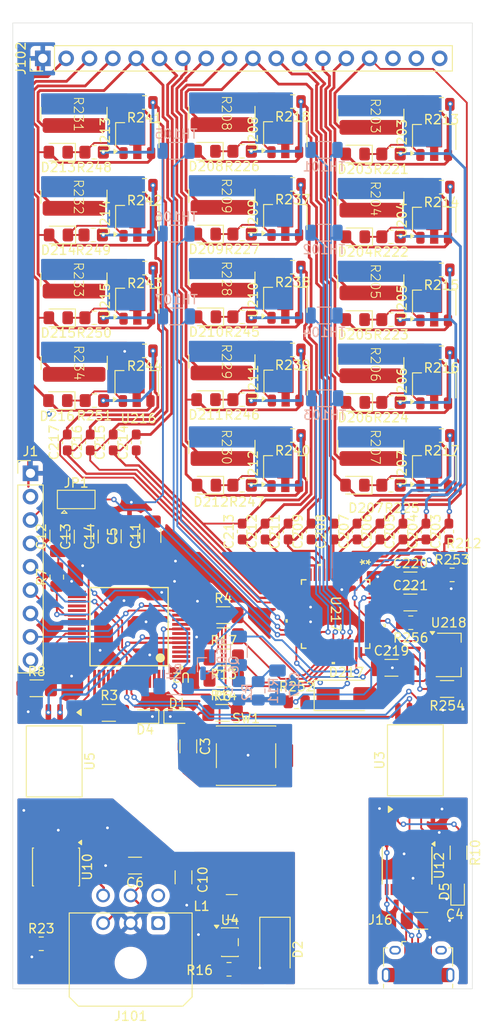
<source format=kicad_pcb>
(kicad_pcb (version 20241229) (generator "pcbnew") (generator_version "9.0")
  (layers (0 "F.Cu" signal) (2 "B.Cu" signal) (13 "F.Paste" user) (15 "B.Paste" user) (5 "F.SilkS" user "F.Silkscreen") (7 "B.SilkS" user "B.Silkscreen") (1 "F.Mask" user) (3 "B.Mask" user) (25 "Edge.Cuts" user))
  (net 0 "")
  (net 1 "RST_N")
  (net 2 "-BATT")
  (net 3 "/UART_USB/5V")
  (net 4 "/UART_USB/GND")
  (net 5 "Net-(U2-VCORE)")
  (net 6 "/GLV interface/GLV+")
  (net 7 "/GLV interface/GLV-")
  (net 8 "/GLV interface/5v")
  (net 9 "VDD")
  (net 10 "Net-(Q6-G)")
  (net 11 "Net-(U217-VC13)")
  (net 12 "Net-(U217-VC14)")
  (net 13 "Net-(U217-VC12)")
  (net 14 "Net-(U217-VC11)")
  (net 15 "Net-(U217-VC10)")
  (net 16 "Net-(U217-VC9)")
  (net 17 "Net-(U217-VC8)")
  (net 18 "Net-(U217-VC7)")
  (net 19 "Net-(U217-VC6)")
  (net 20 "Net-(U217-VC5)")
  (net 21 "Net-(U217-VC4)")
  (net 22 "Net-(U217-VC3)")
  (net 23 "Net-(U217-VC2)")
  (net 24 "Net-(U217-VC1)")
  (net 25 "Net-(U217-VC0)")
  (net 26 "Net-(U217-REG18)")
  (net 27 "/BQ76952 1/BAT")
  (net 28 "Net-(D1-A)")
  (net 29 "Net-(D2-K)")
  (net 30 "Net-(D4-A)")
  (net 31 "Net-(D5-A)")
  (net 32 "Net-(D203-K)")
  (net 33 "/BQ76952 1/13P")
  (net 34 "/BQ76952 1/12P")
  (net 35 "Net-(D204-K)")
  (net 36 "Net-(D205-K)")
  (net 37 "/BQ76952 1/11P")
  (net 38 "/BQ76952 1/10P")
  (net 39 "Net-(D206-K)")
  (net 40 "/BQ76952 1/9P")
  (net 41 "Net-(D207-K)")
  (net 42 "Net-(D208-K)")
  (net 43 "/BQ76952 1/8P")
  (net 44 "Net-(D209-K)")
  (net 45 "/BQ76952 1/7P")
  (net 46 "/BQ76952 1/6P")
  (net 47 "Net-(D210-K)")
  (net 48 "Net-(D211-K)")
  (net 49 "/BQ76952 1/5P")
  (net 50 "/BQ76952 1/4P")
  (net 51 "Net-(D212-K)")
  (net 52 "Net-(D213-K)")
  (net 53 "/BQ76952 1/3P")
  (net 54 "Net-(D214-K)")
  (net 55 "/BQ76952 1/2P")
  (net 56 "Net-(D215-K)")
  (net 57 "/BQ76952 1/1P")
  (net 58 "Net-(D216-K)")
  (net 59 "+BATT")
  (net 60 "Net-(D217-K)")
  (net 61 "/XDS_5v_supply")
  (net 62 "PA11_UART0-RX_XDS")
  (net 63 "/XDS_3v_supply")
  (net 64 "PA10_UART0-TX_XDS")
  (net 65 "PA19_SWDIO")
  (net 67 "PA20_SWCLK")
  (net 68 "PA16_SPI1_MISO")
  (net 69 "PA17_SPI1_SCK")
  (net 70 "PA18_SPI1_MOSI")
  (net 71 "PB19_BBQ_CS")
  (net 77 "Net-(J16-D+)")
  (net 82 "Net-(J16-D-)")
  (net 86 "onboard 3.3v src")
  (net 87 "Net-(Q6-S)")
  (net 88 "PA15_BBQ_RESET")
  (net 89 "PA7")
  (net 90 "/BQ76952 1/SCL")
  (net 91 "Net-(U2-PA2_ROSC)")
  (net 92 "/BQ76952 1/HDQ")
  (net 93 "/BQ76952 1/CFETOFF")
  (net 94 "Net-(U4-EN)")
  (net 95 "/BQ76952 1/SDA")
  (net 96 "Net-(U10-STBY)")
  (net 97 "/BQ76952 1/RST_SHUT")
  (net 98 "/BQ76952 1/C14Jc")
  (net 99 "/BQ76952 1/C13Jc")
  (net 100 "/BQ76952 1/C12Jc")
  (net 101 "/BQ76952 1/C11Jc")
  (net 102 "/BQ76952 1/C10Jc")
  (net 103 "/BQ76952 1/C9Jc")
  (net 104 "/BQ76952 1/C8Jc")
  (net 105 "/BQ76952 1/C7Jc")
  (net 106 "/BQ76952 1/C6Jc")
  (net 107 "/BQ76952 1/C5Jc")
  (net 108 "/BQ76952 1/C4Jc")
  (net 109 "/BQ76952 1/C3Jc")
  (net 110 "/BQ76952 1/C2Jc")
  (net 111 "/BQ76952 1/C1Jc")
  (net 112 "Net-(U217-PACK)")
  (net 113 "Net-(U217-LD)")
  (net 114 "Net-(U217-BREG)")
  (net 115 "/BQ76952 1/DDSG")
  (net 116 "/BQ76952 1/DCHG")
  (net 117 "/BQ76952 1/ALERT")
  (net 118 "/BQ76952 1/DFETOFF")
  (net 119 "/BQ76952 1/TS3")
  (net 120 "/BQ76952 1/TS2")
  (net 121 "/BQ76952 1/TS1")
  (net 140 "PA12_CAN_TX")
  (net 167 "PA13_CAN_RX")
  (net 171 "Net-(U12-RXD)")
  (net 172 "Net-(U12-TXD)")
  (net 173 "Net-(U10-RXD)")
  (net 174 "Net-(U10-TXD)")
  (net 183 "/BQ76952 1/FUSE")
  (net 184 "/BQ76952 1/DSG")
  (net 186 "Net-(U217-REGIN)")
  (net 187 "/BQ76952 1/PDSG")
  (net 189 "/BQ76952 1/PCHG")
  (net 190 "/BQ0_5v")
  (net 191 "/BQ76952 1/CHG")
  (net 192 "/GLV interface/CAN_H")
  (net 193 "/GLV interface/CAN_L")
  (net 194 "/GLV interface/IL+")
  (net 195 "/GLV interface/IL-")
  (footprint "Resistor_SMD:R_0805_2012Metric_Pad1.20x1.40mm_HandSolder" (layer "F.Cu") (at 164.851 64.149 180)
    (property "Reference" "R223")
    (property "Value" "226")
  )
  (footprint "Resistor_SMD:R_0805_2012Metric_Pad1.20x1.40mm_HandSolder" (layer "F.Cu") (at 148.651 82.149 180)
    (property "Reference" "R247")
    (property "Value" "226")
  )
  (footprint "Capacitor_SMD:C_0603_1608Metric_Pad1.08x0.95mm_HandSolder" (layer "F.Cu") (at 163.651 87.1865 90)
    (property "Reference" "C206")
    (property "Value" "100n")
  )
  (footprint "zzLocalLibraries-Footprints:imperial wide resistor R_ 3264" (layer "F.Cu") (at 146.451 41.699 -90)
    (property "Reference" "R208")
    (property "Value" "36")
  )
  (footprint "Resistor_SMD:R_1206_3216Metric_Pad1.30x1.75mm_HandSolder" (layer "F.Cu") (at 146.65 103.175 180)
    (property "Reference" "R14")
    (property "Value" "150")
  )
  (footprint "Resistor_SMD:R_0805_2012Metric_Pad1.20x1.40mm_HandSolder" (layer "F.Cu") (at 126.8 132)
    (property "Reference" "R23")
    (property "Value" "200k")
  )
  (footprint "LED_SMD:LED_0603_1608Metric" (layer "F.Cu") (at 141.625 107.3)
    (property "Reference" "D1")
    (property "Value" "LED")
  )
  (footprint "Package_TO_SOT_SMD:SOT-89-3" (layer "F.Cu") (at 169.551 53.299 90)
    (property "Reference" "U204")
    (property "Value" "2PD2150-QX")
  )
  (footprint "Resistor_SMD:R_1206_3216Metric_Pad1.30x1.75mm_HandSolder" (layer "F.Cu") (at 146.65 98.575)
    (property "Reference" "R17")
    (property "Value" "150")
  )
  (footprint "Jumper:SolderJumper-3_P1.3mm_Open_Pad1.0x1.5mm" (layer "F.Cu") (at 130.6 83.7)
    (property "Reference" "JP1")
    (property "Value" "SolderJumper_3_Open")
  )
  (footprint "Package_TO_SOT_SMD:SOT-89-3" (layer "F.Cu") (at 169.551 62.299 90)
    (property "Reference" "U205")
    (property "Value" "2PD2150-QX")
  )
  (footprint "Package_TO_SOT_SMD:TSOT-23-5" (layer "F.Cu") (at 147.325 131.825)
    (property "Reference" "U4")
    (property "Value" "RAA211805")
  )
  (footprint "Resistor_SMD:R_0805_2012Metric" (layer "F.Cu") (at 154.1385 67.449 180)
    (property "Reference" "R239")
    (property "Value" "100")
  )
  (footprint "Package_TO_SOT_SMD:SOT-89-3" (layer "F.Cu") (at 171.125 100.6)
    (property "Reference" "U218")
    (property "Value" "FCX495")
  )
  (footprint "Package_SO:SOIC-8_7.5x5.85mm_P1.27mm" (layer "F.Cu") (at 128.205 112.175 -90)
    (property "Reference" "U5")
    (property "Value" "STISO620")
  )
  (footprint "zzLocalLibraries-Footprints:imperial wide resistor R_ 3264" (layer "F.Cu") (at 146.451 59.699 -90)
    (property "Reference" "R228")
    (property "Value" "36")
  )
  (footprint "Resistor_SMD:R_0805_2012Metric_Pad1.20x1.40mm_HandSolder" (layer "F.Cu") (at 132.451 54.949 180)
    (property "Reference" "R249")
    (property "Value" "226")
  )
  (footprint "Button_Switch_SMD:SW_SPST_PTS645Sx43SMTR92" (layer "F.Cu") (at 149.08 111.55)
    (property "Reference" "SW1")
    (property "Value" "SW_Push")
  )
  (footprint "Capacitor_SMD:C_0603_1608Metric_Pad1.08x0.95mm_HandSolder" (layer "F.Cu") (at 158.651 87.1865 90)
    (property "Reference" "C208")
    (property "Value" "100n")
  )
  (footprint "Diode_SMD:D_0805_2012Metric_Pad1.15x1.40mm_HandSolder" (layer "F.Cu") (at 144.726 72.849 180)
    (property "Reference" "D211")
    (property "Value" "TS4148")
  )
  (footprint "Connector_Molex:Molex_Micro-Fit_3.0_43045-0600_2x03_P3.00mm_Horizontal" (layer "F.Cu") (at 139.525 129.75 180)
    (property "Reference" "J101")
    (property "Value" "HRLV")
  )
  (footprint "Capacitor_SMD:C_1206_3216Metric_Pad1.33x1.80mm_HandSolder" (layer "F.Cu") (at 138.9 87.6625 90)
    (property "Reference" "C11")
    (property "Value" "220n")
  )
  (footprint "Capacitor_SMD:C_1206_3216Metric_Pad1.33x1.80mm_HandSolder" (layer "F.Cu") (at 137 123.5 180)
    (property "Reference" "C6")
    (property "Value" "10u")
  )
  (footprint "Diode_SMD:D_0805_2012Metric_Pad1.15x1.40mm_HandSolder" (layer "F.Cu") (at 160.926 82.149 180)
    (property "Reference" "D207")
    (property "Value" "TS4148")
  )
  (footprint "Resistor_SMD:R_0805_2012Metric" (layer "F.Cu") (at 154.151 49.449 180)
    (property "Reference" "R237")
    (property "Value" "100")
  )
  (footprint "Diode_SMD:D_0805_2012Metric_Pad1.15x1.40mm_HandSolder" (layer "F.Cu") (at 144.776 63.849 180)
    (property "Reference" "D210")
    (property "Value" "TS4148")
  )
  (footprint "Resistor_SMD:R_0805_2012Metric_Pad1.20x1.40mm_HandSolder" (layer "F.Cu") (at 128.4875 92.1375 90)
    (property "Reference" "R7")
    (property "Value" "200k")
  )
  (footprint "Inductor_SMD:L_1210_3225Metric_Pad1.42x2.65mm_HandSolder" (layer "F.Cu") (at 147.525 128.0125 180)
    (property "Reference" "L1")
    (property "Value" "22u")
  )
  (footprint "Resistor_SMD:R_0805_2012Metric_Pad1.20x1.40mm_HandSolder" (layer "F.Cu") (at 132.580004 72.949 180)
    (property "Reference" "R251")
    (property "Value" "226")
  )
  (footprint "Package_TO_SOT_SMD:SOT-89-3" (layer "F.Cu") (at 153.351 61.999 90)
    (property "Reference" "U210")
    (property "Value" "2PD2150-QX")
  )
  (footprint "Capacitor_SMD:C_1206_3216Metric_Pad1.33x1.80mm_HandSolder" (layer "F.Cu") (at 166.9625 92.5)
    (property "Reference" "C220")
    (property "Value" "1u")
  )
  (footprint "Resistor_SMD:R_0805_2012Metric_Pad1.20x1.40mm_HandSolder" (layer "F.Cu") (at 148.651 54.849 180)
    (property "Reference" "R227")
    (property "Value" "226")
  )
  (footprint "Connector_USB:USB_Micro-B_Amphenol_10118194-0001LF_Horizontal" (layer "F.Cu") (at 167.8 134.1)
    (property "Reference" "J16")
    (property "Value" "USB_B_Micro")
  )
  (footprint "Resistor_SMD:R_1206_3216Metric_Pad1.30x1.75mm_HandSolder" (layer "F.Cu") (at 146.6 96.275)
    (property "Reference" "R4")
    (property "Value" "150")
  )
  (footprint "Capacitor_SMD:C_1206_3216Metric_Pad1.33x1.80mm_HandSolder" (layer "F.Cu") (at 131.3 87.7375 90)
    (property "Reference" "C13")
    (property "Value" "220n")
  )
  (footprint "Resistor_SMD:R_0805_2012Metric" (layer "F.Cu") (at 154.151 40.449 180)
    (property "Reference" "R218")
    (property "Value" "100")
  )
  (footprint "LED_SMD:LED_0603_1608Metric" (layer "F.Cu") (at 172.1 126.3125 90)
    (property "Reference" "D5")
    (property "Value" "LED")
  )
  (footprint "Capacitor_SMD:C_1206_3216Metric_Pad1.33x1.80mm_HandSolder" (layer "F.Cu") (at 128.65 87.7375 90)
    (property "Reference" "C12")
    (property "Value" "220n")
  )
  (footprint "Connector_PinHeader_2.54mm:PinHeader_1x09_P2.54mm_Vertical" (layer "F.Cu") (at 125.625 80.855)
    (property "Reference" "J1")
    (property "Value" "Conn_01x09_Socket")
  )
  (footprint "Capacitor_SMD:C_1206_3216Metric_Pad1.33x1.80mm_HandSolder" (layer "F.Cu") (at 133.9 87.725 90)
    (property "Reference" "C14")
    (property "Value" "10u")
  )
  (footprint "Capacitor_SMD:C_1206_3216Metric_Pad1.33x1.80mm_HandSolder" (layer "F.Cu") (at 142.8 110.5375 -90)
    (property "Reference" "C3")
    (property "Value" "100n")
  )
  (footprint "Diode_SMD:D_0805_2012Metric_Pad1.15x1.40mm_HandSolder" (layer "F.Cu") (at 144.726 45.849 180)
    (property "Reference" "D208")
    (property "Value" "TS4148")
  )
  (footprint "Resistor_SMD:R_0805_2012Metric_Pad1.20x1.40mm_HandSolder" (layer "F.Cu") (at 164.851 73.149 180)
    (property "Reference" "R224")
    (property "Value" "226")
  )
  (footprint "Resistor_SMD:R_1206_3216Metric_Pad1.30x1.75mm_HandSolder" (layer "F.Cu") (at 134.15 106.9)
    (property "Reference" "R3")
    (property "Value" "750")
  )
  (footprint "Resistor_SMD:R_0805_2012Metric" (layer "F.Cu") (at 138.0385 40.549 180)
    (property "Reference" "R241")
    (property "Value" "100")
  )
  (footprint "zzLocalLibraries-Footprints:imperial wide resistor R_ 3264" (layer "F.Cu") (at 130.351 50.799 -90)
    (property "Reference" "R232")
    (property "Value" "36")
  )
  (footprint "Diode_SMD:D_0805_2012Metric_Pad1.15x1.40mm_HandSolder" (layer "F.Cu") (at 160.976 73.149 180)
    (property "Reference" "D206")
    (property "Value" "TS4148")
  )
  (footprint "Resistor_SMD:R_1206_3216Metric_Pad1.30x1.75mm_HandSolder" (layer "F.Cu") (at 126.3 104.225)
    (property "Reference" "R8")
    (property "Value" "100k")
  )
  (footprint "Resistor_SMD:R_0805_2012Metric_Pad1.20x1.40mm_HandSolder" (layer "F.Cu") (at 167 97.1 180)
    (property "Reference" "R256")
    (property "Value" "10k")
  )
  (footprint "Resistor_SMD:R_0805_2012Metric" (layer "F.Cu") (at 154.5875 105.7)
    (property "Reference" "R252")
    (property "Value" "100")
  )
  (footprint "Resistor_SMD:R_1206_3216Metric_Pad1.30x1.75mm_HandSolder" (layer "F.Cu") (at 146.65 100.875 180)
    (property "Reference" "R13")
    (property "Value" "150")
  )
  (footprint "Capacitor_SMD:C_0603_1608Metric_Pad1.08x0.95mm_HandSolder" (layer "F.Cu") (at 137.125 77.5 90)
    (property "Reference" "C214")
    (property "Value" "100n")
  )
  (footprint "Diode_SMD:D_SMA" (layer "F.Cu") (at 160 105)
    (property "Reference" "D217")
    (property "Value" "ES1D")
  )
  (footprint "Package_TO_SOT_SMD:SOT-89-3" (layer "F.Cu") (at 153.351 80.299 90)
    (property "Reference" "U212")
    (property "Value" "2PD2150-QX")
  )
  (footprint "Resistor_SMD:R_0805_2012Metric_Pad1.20x1.40mm_HandSolder" (layer "F.Cu") (at 171.5 91.9)
    (property "Reference" "R253")
    (property "Value" "10k")
  )
  (footprint "Capacitor_SMD:C_0603_1608Metric_Pad1.08x0.95mm_HandSolder" (layer "F.Cu") (at 151.151 87.1865 90)
    (property "Reference" "C212")
    (property "Value" "100n")
  )
  (footprint "Capacitor_SMD:C_1206_3216Metric_Pad1.33x1.80mm_HandSolder" (layer "F.Cu") (at 168.1375 129.5)
    (property "Reference" "C4")
    (property "Value" "10u")
  )
  (footprint "Capacitor_SMD:C_1206_3216Metric_Pad1.33x1.80mm_HandSolder" (layer "F.Cu") (at 142.275 124.775 -90)
    (property "Reference" "C10")
    (property "Value" "10u")
  )
  (footprint "Resistor_SMD:R_1206_3216Metric_Pad1.30x1.75mm_HandSolder" (layer "F.Cu") (at 146.525 106.9)
    (property "Reference" "R6")
    (property "Value" "750")
  )
  (footprint "Resistor_SMD:R_0805_2012Metric" (layer "F.Cu") (at 170.3385 76.749 180)
    (property "Reference" "R217")
    (property "Value" "100")
  )
  (footprint "Resistor_SMD:R_0805_2012Metric" (layer "F.Cu") (at 170.3385 40.749 180)
    (property "Reference" "R213")
    (property "Value" "100")
  )
  (footprint "Capacitor_SMD:C_1206_3216Metric_Pad1.33x1.80mm_HandSolder" (layer "F.Cu") (at 136.4 87.7 90)
    (property "Reference" "C5")
    (property "Value" "220n")
  )
  (footprint "Package_TO_SOT_SMD:SOT-89-3" (layer "F.Cu") (at 137.251 62.099 90)
    (property "Reference" "U215")
    (property "Value" "2PD2150-QX")
  )
  (footprint "Package_TO_SOT_SMD:SOT-89-3" (layer "F.Cu") (at 169.551 71.299 90)
    (property "Reference" "U206")
    (property "Value" "2PD2150-QX")
  )
  (footprint "Capacitor_SMD:C_0603_1608Metric_Pad1.08x0.95mm_HandSolder" (layer "F.Cu") (at 153.651 87.1865 90)
    (property "Reference" "C211")
    (property "Value" "100n")
  )
  (footprint "Resistor_SMD:R_0805_2012Metric_Pad1.20x1.40mm_HandSolder" (layer "F.Cu") (at 147.225 134.775)
    (property "Reference" "R16")
    (property "Value" "200k")
  )
  (footprint "Package_TO_SOT_SMD:SOT-89-3" (layer "F.Cu") (at 137.251 44.099 90)
    (property "Reference" "U213")
    (property "Value" "2PD2150-QX")
  )
  (footprint "Resistor_SMD:R_0805_2012Metric" (layer "F.Cu") (at 170.3385 67.749 180)
    (property "Reference" "R216")
    (property "Value" "100")
  )
  (footprint "Diode_SMD:D_0805_2012Metric_Pad1.15x1.40mm_HandSolder" (layer "F.Cu") (at 128.605004 72.949 180)
    (property "Reference" "D216")
    (property "Value" "TS4148")
  )
  (footprint "zzLocalLibraries-Footprints:MSPM0G3507-64-IPC_A" (layer "F.Cu") (at 136.349999 97.524517 180)
    (property "Reference" "U2")
    (property "Value" "MCU-MSM0G3507SPM")
  )
  (footprint "Diode_SMD:D_0805_2012Metric_Pad1.15x1.40mm_HandSolder" (layer "F.Cu") (at 160.951 64.149 180)
    (property "Reference" "D205")
    (property "Value" "TS4148")
  )
  (footprint "Diode_SMD:D_0805_2012Metric_Pad1.15x1.40mm_HandSolder" (layer "F.Cu") (at 160.951 46.149 180)
    (property "Reference" "D203")
    (property "Value" "TS4148")
  )
  (footprint "Capacitor_SMD:C_0603_1608Metric_Pad1.08x0.95mm_HandSolder" (layer "F.Cu") (at 134.625 77.5 90)
    (property "Reference" "C215")
    (property "Value" "100n")
  )
  (footprint "Resistor_SMD:R_0805_2012Metric_Pad1.20x1.40mm_HandSolder" (layer "F.Cu") (at 132.551 45.949 180)
    (property "Reference" "R248")
    (property "Value" "226")
  )
  (footprint "Resistor_SMD:R_0805_2012Metric_Pad1.20x1.40mm_HandSolder" (layer "F.Cu") (at 164.851 46.149 180)
    (property "Reference" "R221")
    (property "Value" "226")
  )
  (footprint "Package_TO_SOT_SMD:SOT-89-3" (layer "F.Cu") (at 169.551 80.299 90)
    (property "Reference" "U207")
    (property "Value" "2PD2150-QX")
  )
  (footprint "zzLocalLibraries-Footprints:imperial wide resistor R_ 3264" (layer "F.Cu") (at 162.651 50.999 -90)
    (property "Reference" "R204")
    (property "Value" "36")
  )
  (footprint "Resistor_SMD:R_0805_2012Metric" (layer "F.Cu") (at 170.3385 58.749 180)
    (property "Reference" "R215")
    (property "Value" "100")
  )
  (footprint "Capacitor_SMD:C_0603_1608Metric_Pad1.08x0.95mm_HandSolder" (layer "F.Cu") (at 171.151 87.1865 90)
    (property "Reference" "C203")
    (property "Value" "100n")
  )
  (footprint "zzLocalLibraries-Footprints:imperial wide resistor R_ 3264" (layer "F.Cu") (at 162.651 68.999 -90)
    (property "Reference" "R206")
    (property "Value" "36")
  )
  (footprint "Resistor_SMD:R_1206_3216Metric_Pad1.30x1.75mm_HandSolder" (layer "F.Cu") (at 170.95 104.3 180)
    (property "Reference" "R254")
    (property "Value" "4.99k")
  )
  (footprint "Diode_SMD:D_0805_2012Metric_Pad1.15x1.40mm_HandSolder" (layer "F.Cu") (at 144.751 54.849 180)
    (property "Reference" "D209")
    (property "Value" "TS4148")
  )
  (footprint "Diode_SMD:D_0805_2012Metric_Pad1.15x1.40mm_HandSolder" (layer "F.Cu") (at 160.976 55.149 180)
    (property "Reference" "D204")
    (property "Value" "TS4148")
  )
  (footprint "Package_TO_SOT_SMD:SOT-89-3" (layer "F.Cu") (at 153.351 43.999 90)
    (property "Reference" "U208")
    (property "Value" "2PD2150-QX")
  )
  (footprint "Package_TO_SOT_SMD:SOT-89-3" (layer "F.Cu") (at 153.3885 70.999 90)
    (property "Reference" "U211")
    (property "Value" "2PD2150-QX")
  )
  (footprint "Package_SO:SSOP-16_3.9x4.9mm_P0.635mm" (layer "F.Cu") (at 166.6 123.5 -90)
    (property "Reference" "U12")
    (property "Value" "FT230XS")
  )
  (footprint "Resistor_SMD:R_0805_2012Metric_Pad1.20x1.40mm_HandSolder" (layer "F.Cu") (at 148.651 63.849 180)
    (property "Reference" "R245")
    (property "Value" "226")
  )
  (footprint "zzLocalLibraries-Footprints:imperial wide resistor R_ 3264" (layer "F.Cu") (at 162.651 41.999 -90)
    (property "Reference" "R203")
    (property "Value" "36")
  )
  (footprint "Capacitor_SMD:C_1206_3216Metric_Pad1.33x1.80mm_HandSolder" (layer "F.Cu") (at 164.9 102)
    (property "Reference" "C219")
    (property "Value" "10u")
  )
  (footprint "Resistor_SMD:R_0805_2012Metric" (layer "F.Cu") (at 154.1385 58.449 180)
    (property "Reference" "R238")
    (property "Value" "100")
  )
  (footprint "Package_SO:SOIC-8_7.5x5.85mm_P1.27mm" (layer "F.Cu") (at 167.5 112.05 90)
    (property "Reference" "U3")
    (property "Value" "STISO620")
  )
  (footprint "Resistor_SMD:R_0805_2012Metric" (layer "F.Cu") (at 154.151 76.749 180)
    (property "Reference" "R240")
    (property "Value" "100")
  )
  (footprint "Package_TO_SOT_SMD:SOT-89-3" (layer "F.Cu") (at 137.251 53.099 90)
    (property "Reference" "U214")
    (property "Value" "2PD2150-QX")
  )
  (footprint "zzLocalLibraries-Footprints:imperial wide resistor R_ 3264" (layer "F.Cu") (at 146.451 50.699 -90)
    (property "Reference" "R209")
    (property "Value" "36")
  )
  (footprint "Package_SO:JEITA_SOIC-8_3.9x4.9mm_P1.27mm" (layer "F.Cu") (at 128.405 123.65 -90)
    (property "Reference" "U10")
    (property "Value" "MCP2542FDxMF")
  )
  (footprint "Diode_SMD:D_0805_2012Metric_Pad1.15x1.40mm_HandSolder" (layer "F.Cu") (at 128.651 45.949 180)
    (property "Reference" "D213")
    (property "Value" "TS4148")
  )
  (footprint "Diode_SMD:D_0805_2012Metric_Pad1.15x1.40mm_HandSolder" (layer "F.Cu") (at 128.676 54.949 180)
    (property "Reference" "D214")
    (property "Value" "TS4148")
  )
  (footprint "zzLocalLibraries-Footprints:imperial wide resistor R_ 3264" (layer "F.Cu") (at 130.351 41.799 -90)
    (property "Reference" "R231")
    (property "Value" "36")
  )
  (footprint "Diode_SMD:D_0805_2012Metric_Pad1.15x1.40mm_HandSolder" (layer "F.Cu") (at 128.651 63.949 180)
    (property "Reference" "D215")
    (property "Value" "TS4148")
  )
  (footprint "Resistor_SMD:R_0805_2012Metric_Pad1.20x1.40mm_HandSolder" (layer "F.Cu") (at 148.651 72.849 180)
    (property "Reference" "R246")
    (property "Value" "226")
  )
  (footprint "Resistor_SMD:R_1206_3216Metric_Pad1.30x1.75mm_HandSolder" (layer "F.Cu") (at 172.2 122.1 -90)
    (property "Reference" "R10")
    (property "Value" "750")
  )
  (footprint "Capacitor_SMD:C_0603_1608Metric_Pad1.08x0.95mm_HandSolder" (layer "F.Cu") (at 132.125 77.5 90)
    (property "Reference" "C216")
    (property "Value" "100n")
  )
  (footprint "Resistor_SMD:R_0805_2012Metric" (layer "F.Cu") (at 171.5635 90)
    (property "Reference" "R212")
    (property "Value" "100")
  )
  (footprint "Resistor_SMD:R_0805_2012Metric_Pad1.20x1.40mm_HandSolder" (layer "F.Cu") (at 164.851 82.149 180)
    (property "Reference" "R225")
    (property "Value" "226")
  )
  (footprint "zzLocalLibraries-Footprints:imperial wide resistor R_ 3264" (layer "F.Cu") (at 130.351 59.799 -90)
    (property "Reference" "R233")
    (property "Value" "36")
  )
  (footprint "Resistor_SMD:R_0805_2012Metric_Pad1.20x1.40mm_HandSolder" (layer "F.Cu") (at 148.651 45.849 180)
    (property "Reference" "R226")
    (property "Value" "226")
  )
  (footprint "Resistor_SMD:R_0805_2012Metric_Pad1.20x1.40mm_HandSolder" (layer "F.Cu") (at 164.851 55.149 180)
    (property "Reference" "R222")
    (property "Value" "226")
  )
  (footprint "zzLocalLibraries-Footprints:BQ76952_PFB48_TEX" (layer "F.Cu") (at 158.82645 96.149999 -90)
    (property "Reference" "U217")
    (property "Value" "PBQ76952PFBT")
  )
  (footprint "Capacitor_SMD:C_0603_1608Metric_Pad1.08x0.95mm_HandSolder" (layer "F.Cu") (at 148.651 87.1865 90)
    (property "Reference" "C213")
    (property "Value" "100n")
  )
  (footprint "Diode_SMD:D_0805_2012Metric_Pad1.15x1.40mm_HandSolder" (layer "F.Cu") (at 144.776 82.149 180)
    (property "Reference" "D212")
    (property "Value" "TS4148")
  )
  (footprint "Resistor_SMD:R_0805_2012Metric" (layer "F.Cu") (at 138.0385 49.549 180)
    (property "Reference" "R242")
    (property "Value" "100")
  )
  (footprint "Resistor_SMD:R_0805_2012Metric_Pad1.20x1.40mm_HandSolder" (layer "F.Cu") (at 132.551 63.949 180)
    (property "Reference" "R250")
    (property "Value" "226")
  )
  (footprint "Capacitor_SMD:C_0603_1608Metric_Pad1.08x0.95mm_HandSolder" (layer "F.Cu") (at 161.151 87.1865 90)
    (property "Reference" "C207")
    (property "Value" "100n")
  )
  (footprint "Diode_SMD:D_SMA" (layer "F.Cu") (at 152.225 132.625 -90)
    (property "Reference" "D2")
    (property "Value" "ES1D")
  )
  (footprint "zzLocalLibraries-Footprints:imperial wide resistor R_ 3264" (layer "F.Cu") (at 146.451 68.699 -90)
    (property "Reference" "R229")
    (property "Value" "36")
  )
  (footprint "Capacitor_SMD:C_0603_1608Metric_Pad1.08x0.95mm_HandSolder" (layer "F.Cu") (at 129.625 77.5 90)
    (property "Reference" "C217")
    (property "Value" "100n")
  )
  (footprint "Capacitor_SMD:C_0603_1608Metric_Pad1.08x0.95mm_HandSolder" (layer "F.Cu") (at 166.151 87.1865 90)
    (property "Reference" "C205")
    (property "Value" "100n")
  )
  (footprint "Package_TO_SOT_SMD:SOT-89-3" (layer "F.Cu") (at 169.551 44.299 90)
    (property "Reference" "U203")
    (property "Value" "2PD2150-QX")
  )
  (footprint "zzLocalLibraries-Footprints:imperial wide resistor R_ 3264" (layer "F.Cu") (at 162.651 59.999 -90)
    (property "Reference" "R205")
    (property "Value" "36")
  )
  (footprint "Package_TO_SOT_SMD:SOT-89-3" (layer "F.Cu") (at 137.180004 71.049 90)
    (property "Reference" "U216")
    (property "Value" "2PD2150-QX")
  )
  (footprint "Capacitor_SMD:C_1206_3216Metric_Pad1.33x1.80mm_HandSolder" (layer "F.Cu") (at 166.9625 94.9)
    (property "Reference" "C221")
    (property "Value" "1u")
  )
  (footprint "LED_SMD:LED_0603_1608Metric" (layer "F.Cu") (at 138.1 107.3 180)
    (property "Reference" "D4")
    (property "Value" "LED")
  )
  (footprint "Resistor_SMD:R_0805_2012Metric" (layer "F.Cu") (at 138.0635 58.549 180)
    (property "Reference" "R243")
    (property "Value" "100")
  )
  (footprint "zzLocalLibraries-Footprints:imperial wide resistor R_ 3264" (layer "F.Cu") (at 162.651 77.999 -90)
    (property "Reference" "R207")
    (property "Value" "36")
  )
  (footprint "Resistor_SMD:R_0805_2012Metric" (layer "F.Cu") (at 170.3385 49.749 180)
    (property "Reference" "R214")
    (property "Value" "100")
  )
  (footprint "zzLocalLibraries-Footprints:imperial wide resistor R_ 3264" (layer "F.Cu") (at 130.380004 68.849 -90)
    (property "Reference" "R234")
    (property "Value" "36")
  )
  (footprint "Connector_PinHeader_2.54mm:PinHeader_1x18_P2.54mm_Vertical" (layer "F.Cu") (at 126.966 35.749 90)
    (property "Reference" "J102")
    (property "Value" "Conn_01x18_Pin")
  )
  (footprint "Capacitor_SMD:C_0603_1608Metric_Pad1.08x0.95mm_HandSolder" (layer "F.Cu") (at 168.651 87.1865 90)
    (property "Reference" "C204")
    (property "Value" "100n")
  )
  (footprint "zzLocalLibraries-Footprints:imperial wide resistor R_ 3264" (layer "F.Cu") (at 146.451 77.999 -90)
    (property "Reference" "R230")
    (property "Value" "36")
  )
  (footprint "Package_TO_SOT_SMD:SOT-89-3" (layer "F.Cu") (at 153.351 52.999 90)
    (property "Reference" "U209")
    (property "Value" "2PD2150-QX")
  )
  (footprint "Capacitor_SMD:C_0603_1608Metric_Pad1.08x0.95mm_HandSolder" (layer "F.Cu") (at 156.151 87.1865 90)
    (property "Reference" "C209")
    (property "Value" "100n")
  )
  (footprint "Resistor_SMD:R_0805_2012Metric" (layer "F.Cu") (at 138.0385 67.549 180)
    (property "Reference" "R244")
    (property "Value" "100")
  )
  (footprint "Resistor_SMD:R_1206_3216Metric" (layer "B.Cu") (at 141.4625 45.8 180)
    (property "Reference" "TH105")
    (property "Value" "Thermistor")
  )
  (footprint "Resistor_SMD:R_1206_3216Metric" (layer "B.Cu") (at 141.5 63.8 180)
    (property "Reference" "TH107")
    (property "Value" "Thermistor")
  )
  (footprint "Resistor_SMD:R_1206_3216Metric_Pad1.30x1.75mm_HandSolder" (layer "B.Cu") (at 141.2 104 180)
    (property "Reference" "R1")
    (property "Value" "4.99k")
  )
  (footprint "Resistor_SMD:R_1206_3216Metric" (layer "B.Cu") (at 157.5625 45.7)
    (property "Reference" "TH101")
    (property "Value" "Thermistor")
  )
  (footprint "Resistor_SMD:R_1206_3216Metric_Pad1.30x1.75mm_HandSolder" (layer "B.Cu") (at 148.3 100.149999 -90)
    (property "Reference" "R50")
    (property "Value" "4.99k")
  )
  (footprint "Resistor_SMD:R_1206_3216Metric" (layer "B.Cu") (at 157.6375 72.7)
    (property "Reference" "TH103")
    (property "Value" "Thermistor")
  )
  (footprint "Resistor_SMD:R_1206_3216Metric" (layer "B.Cu") (at 157.5625 54.7)
    (property "Reference" "TH102")
    (property "Value" "Thermistor")
  )
  (footprint "Resistor_SMD:R_0805_2012Metric_Pad1.20x1.40mm_HandSolder" (layer "B.Cu") (at 148.3 104.5 90)
    (property "Reference" "R2")
    (property "Value" "200k")
  )
  (footprint "Resistor_SMD:R_1206_3216Metric" (layer "B.Cu") (at 157.5625 63.7)
    (property "Reference" "TH104")
    (property "Value" "Thermistor")
  )
  (footprint "Capacitor_SMD:C_1206_3216Metric_Pad1.33x1.80mm_HandSolder" (layer "B.Cu") (at 152.5 103.8625 90)
    (property "Reference" "C17")
    (property "Value" "100n")
  )
  (footprint "Package_TO_SOT_SMD:SOT-23" (layer "B.Cu") (at 145.35 101.6625 90)
    (property "Reference" "Q6")
    (property "Value" "2N7002")
  )
  (footprint "Resistor_SMD:R_1206_3216Metric" (layer "B.Cu") (at 141.4625 54.8 180)
    (property "Reference" "TH106")
    (property "Value" "Thermistor")
  )
  (footprint "Resistor_SMD:R_0805_2012Metric_Pad1.20x1.40mm_HandSolder" (layer "B.Cu") (at 150.4 104.5 90)
    (property "Reference" "R11")
    (property "Value" "200k")
  )
  (gr_line (start 173.7 31.9) (end 173.7 99.5) (stroke (width 0.05)) (layer "Edge.Cuts"))
  (gr_line (start 173.7 136.9) (end 123.7 136.9) (stroke (width 0.05)) (layer "Edge.Cuts"))
  (gr_line (start 123.7 31.9) (end 123.7 99.5) (stroke (width 0.05)) (layer "Edge.Cuts"))
  (gr_line (start 123.7 99.5) (end 123.7 105.6) (stroke (width 0.05)) (layer "Edge.Cuts"))
  (gr_line (start 123.7 31.9) (end 173.7 31.9) (stroke (width 0.05)) (layer "Edge.Cuts"))
  (gr_line (start 123.7 105.6) (end 123.7 136.9) (stroke (width 0.05)) (layer "Edge.Cuts"))
  (gr_line (start 173.7 105.6) (end 173.7 136.9) (stroke (width 0.05)) (layer "Edge.Cuts"))
  (gr_line (start 173.7 99.5) (end 173.7 105.6) (stroke (width 0.05)) (layer "Edge.Cuts"))
  (via (at 127.65 74.4) (size 0.6) (drill 0.3) (layers "F.Cu" "B.Cu") (net 0))
  (segment (start 141.8 104.9) (end 145.1 104.9) (width 0.2) (layer "F.Cu") (net 1))
  (segment (start 153.06 109.3) (end 145.1 109.3) (width 0.2) (layer "F.Cu") (net 1))
  (segment (start 146.2 109.3) (end 145.1 109.3) (width 0.2) (layer "F.Cu") (net 1))
  (segment (start 144.775 108.975) (end 145.1 109.3) (width 0.2) (layer "F.Cu") (net 1))
  (segment (start 141.3 104.4) (end 141.8 104.9) (width 0.2) (layer "F.Cu") (net 1))
  (segment (start 128.5 96.2) (end 128.5 95.4) (width 0.2) (layer "F.Cu") (net 1))
  (segment (start 125.625 93.555) (end 127.445 95.375) (width 0.2) (layer "F.Cu") (net 1))
  (segment (start 128.4875 95.3625) (end 128.475 95.375) (width 0.2) (layer "F.Cu") (net 1))
  (segment (start 142.8 108.975) (end 144.775 108.975) (width 0.2) (layer "F.Cu") (net 1))
  (segment (start 129.374517 96.274517) (end 128.475 95.375) (width 0.2) (layer "F.Cu") (net 1))
  (segment (start 128.5 95.4) (end 128.475 95.375) (width 0.2) (layer "F.Cu") (net 1))
  (segment (start 141.3 104) (end 141.3 104.4) (width 0.2) (layer "F.Cu") (net 1))
  (segment (start 127.445 95.375) (end 128.475 95.375) (width 0.2) (layer "F.Cu") (net 1))
  (segment (start 145.1 104.9) (end 146.2 106) (width 0.2) (layer "F.Cu") (net 1))
  (segment (start 130.674516 96.274517) (end 129.374517 96.274517) (width 0.2) (layer "F.Cu") (net 1))
  (segment (start 146.2 106) (end 146.2 109.3) (width 0.2) (layer "F.Cu") (net 1))
  (segment (start 128.4875 93.1375) (end 128.4875 95.3625) (width 0.2) (layer "F.Cu") (net 1))
  (via (at 141.3 104) (size 0.6) (drill 0.3) (layers "F.Cu" "B.Cu") (net 1))
  (via (at 128.5 96.2) (size 0.6) (drill 0.3) (layers "F.Cu" "B.Cu") (net 1))
  (segment (start 142.7 98.1) (end 138.2 93.6) (width 0.2) (layer "B.Cu") (net 1))
  (segment (start 141.3 104) (end 141.3 102.9) (width 0.2) (layer "B.Cu") (net 1))
  (segment (start 138.2 93.6) (end 134.8 93.6) (width 0.2) (layer "B.Cu") (net 1))
  (segment (start 141.3 102.9) (end 142.7 101.5) (width 0.2) (layer "B.Cu") (net 1))
  (segment (start 142.7 101.5) (end 142.7 98.1) (width 0.2) (layer "B.Cu") (net 1))
  (segment (start 134.8 93.6) (end 132.2 96.2) (width 0.2) (layer "B.Cu") (net 1))
  (segment (start 132.2 96.2) (end 128.5 96.2) (width 0.2) (layer "B.Cu") (net 1))
  (segment (start 124.447 38.618919) (end 125.820914 37.245) (width 0.3) (layer "F.Cu") (net 2))
  (segment (start 143.4 112.1) (end 145.1 113.8) (width 0.2) (layer "F.Cu") (net 2))
  (segment (start 137.126 67.549) (end 138.680004 69.103004) (width 0.3) (layer "F.Cu") (net 2))
  (segment (start 124.447 78.247) (end 125.4 79.2) (width 0.25) (layer "F.Cu") (net 2))
  (segment (start 127.580004 72.949) (end 128.636004 74.005) (width 0.3) (layer "F.Cu") (net 2))
  (segment (start 125.4 79.2) (end 125.4 82.3) (width 0.25) (layer "F.Cu") (net 2))
  (segment (start 124.447 69.815996) (end 124.447 78.247) (width 0.25) (layer "F.Cu") (net 2))
  (segment (start 138.680004 69.103004) (end 138.680004 72.999) (width 0.3) (layer "F.Cu") (net 2))
  (segment (start 124.447 69.815996) (end 124.447 38.618919) (width 0.3) (layer "F.Cu") (net 2))
  (segment (start 126.451 36.264) (end 126.966 35.749) (width 0.3) (layer "F.Cu") (net 2))
  (segment (start 125.820914 37.245) (end 126.451 37.245) (width 0.3) (layer "F.Cu") (net 2))
  (segment (start 142.8 112.1) (end 143.4 112.1) (width 0.2) (layer "F.Cu") (net 2))
  (segment (start 138.680004 73.649) (end 138.680004 72.999) (width 0.3) (layer "F.Cu") (net 2))
  (segment (start 145.1 113.8) (end 153.06 113.8) (width 0.2) (layer "F.Cu") (net 2))
  (segment (start 128.636004 74.005) (end 138.324004 74.005) (width 0.3) (layer "F.Cu") (net 2))
  (segment (start 168.525 92.5) (end 168.525 94.9) (width 0.2) (layer "F.Cu") (net 2))
  (segment (start 126.451 37.245) (end 126.451 36.264) (width 0.3) (layer "F.Cu") (net 2))
  (segment (start 138.324004 74.005) (end 138.680004 73.649) (width 0.3) (layer "F.Cu") (net 2))
  (segment (start 131.225 86.5875) (end 131.2125 86.6) (width 0.2) (layer "F.Cu") (net 2))
  (segment (start 127.580004 72.949) (end 124.447 69.815996) (width 0.3) (layer "F.Cu") (net 2))
  (via (at 135.8 94.7) (size 0.6) (drill 0.3) (layers "F.Cu" "B.Cu") (net 2))
  (via (at 171.4 93.4) (size 0.6) (drill 0.3) (layers "F.Cu" "B.Cu") (net 2))
  (via (at 157.148527 103.6) (size 0.6) (drill 0.3) (layers "F.Cu" "B.Cu") (net 2))
  (via (at 149.3 111.5) (size 0.6) (drill 0.3) (layers "F.Cu" "B.Cu") (net 2))
  (via (at 163.4 92.1) (size 0.6) (drill 0.3) (layers "F.Cu" "B.Cu") (net 2))
  (via (at 164.7 99.8) (size 0.6) (drill 0.3) (layers "F.Cu" "B.Cu") (net 2))
  (via (at 138.8875 107.3) (size 0.6) (drill 0.3) (layers "F.Cu" "B.Cu") (net 2))
  (via (at 156.1 97) (size 0.6) (drill 0.3) (layers "F.Cu" "B.Cu") (net 2))
  (via (at 141.4 90.4) (size 0.6) (drill 0.3) (layers "F.Cu" "B.Cu") (net 2))
  (via (at 159.5 93.5) (size 0.6) (drill 0.3) (layers "F.Cu" "B.Cu") (net 2))
  (via (at 125.375 106.775) (size 0.6) (drill 0.3) (layers "F.Cu" "B.Cu") (net 2))
  (via (at 143.793453 94.762117) (size 0.6) (drill 0.3) (layers "F.Cu" "B.Cu") (net 2))
  (via (at 136.6 84) (size 0.6) (drill 0.3) (layers "F.Cu" "B.Cu") (net 2))
  (via (at 138.2 97) (size 0.6) (drill 0.3) (layers "F.Cu" "B.Cu") (net 2))
  (via (at 131.3 90.9) (size 0.6) (drill 0.3) (layers "F.Cu" "B.Cu") (net 2))
  (via (at 172.7 106.5) (size 0.6) (drill 0.3) (layers "F.Cu" "B.Cu") (net 2))
  (via (at 138.6 100.6) (size 0.6) (drill 0.3) (layers "F.Cu" "B.Cu") (net 2))
  (via (at 141.3 92.6) (size 0.6) (drill 0.3) (layers "F.Cu" "B.Cu") (net 2))
  (via (at 143.7 98.65) (size 0.6) (drill 0.3) (layers "F.Cu" "B.Cu") (net 2))
  (via (at 156.1 95.4) (size 0.6) (drill 0.3) (layers "F.Cu" "B.Cu") (net 2))
  (via (at 170.5 106.6) (size 0.6) (drill 0.3) (layers "F.Cu" "B.Cu") (net 2))
  (via (at 130.1 92.6) (size 0.6) (drill 0.3) (layers "F.Cu" "B.Cu") (net 2))
  (via (at 140.8375 107.3) (size 0.6) (drill 0.3) (layers "F.Cu" "B.Cu") (net 2))
  (via (at 133.2 100.1) (size 0.6) (drill 0.3) (layers "F.Cu" "B.Cu") (net 2))
  (via (at 130.1 102.9) (size 0.6) (drill 0.3) (layers "F.Cu" "B.Cu") (net 2))
  (via (at 139.9 93.8) (size 0.6) (drill 0.3) (layers "F.Cu" "B.Cu") (net 2))
  (via (at 165 102) (size 0.6) (drill 0.3) (layers "F.Cu" "B.Cu") (net 2))
  (segment (start 140 45.8) (end 140 54.8) (width 0.2) (layer "B.Cu") (net 2))
  (segment (start 158.304 92.304) (end 158.304 71.8) (width 0.2) (layer "B.Cu") (net 2))
  (segment (start 140.0375 63.8) (end 140.0375 83.1625) (width 0.2) (layer "B.Cu") (net 2))
  (segment (start 140.0375 55.2375) (end 140.0375 63.8) (width 0.2) (layer "B.Cu") (net 2))
  (segment (start 159.5 93.5) (end 158.304 92.304) (width 0.2) (layer "B.Cu") (net 2))
  (segment (start 158.304 64.421) (end 158.304 55.421) (width 0.2) (layer "B.Cu") (net 2))
  (segment (start 159.021 72.779) (end 158.3 73.5) (width 0.2) (layer "B.Cu") (net 2))
  (segment (start 140 55.2) (end 140.0375 55.2375) (width 0.2) (layer "B.Cu") (net 2))
  (segment (start 140.0375 83.1625) (end 139.2 84) (width 0.2) (layer "B.Cu") (net 2))
  (segment (start 159.025 54.7) (end 158.304 55.421) (width 0.2) (layer "B.Cu") (net 2))
  (segment (start 158.304 55.421) (end 158.304 46.421) (width 0.2) (layer "B.Cu") (net 2))
  (segment (start 139.2 84) (end 136.6 84) (width 0.2) (layer "B.Cu") (net 2))
  (segment (start 140 54.8) (end 140 55.2) (width 0.2) (layer "B.Cu") (net 2))
  (segment (start 158.304 64.421) (end 158.304 71.904) (width 0.2) (layer "B.Cu") (net 2))
  (segment (start 159.025 63.7) (end 158.304 64.421) (width 0.2) (layer "B.Cu") (net 2))
  (segment (start 158.304 46.421) (end 159.025 45.7) (width 0.2) (layer "B.Cu") (net 2))
  (segment (start 172.2 120.55) (end 169.35 123.4) (width 0.2) (layer "F.Cu") (net 3))
  (segment (start 169.35 123.4) (end 167.555057 123.4) (width 0.2) (layer "F.Cu") (net 3))
  (segment (start 172.2 120.55) (end 172.2 119.5) (width 0.2) (layer "F.Cu") (net 3))
  (segment (start 166.575 129.525) (end 166.5 129.6) (width 0.2) (layer "F.Cu") (net 3))
  (segment (start 166.2825 124.667443) (end 167.5525 123.397443) (width 0.2) (layer "F.Cu") (net 3))
  (segment (start 166.2 119) (end 165.9 119) (width 0.2) (layer "F.Cu") (net 3))
  (segment (start 166.5 129.6) (end 166.5 132.7) (width 0.2) (layer "F.Cu") (net 3))
  (segment (start 166.575 129.5) (end 166.575 129.525) (width 0.2) (layer "F.Cu") (net 3))
  (segment (start 167.5525 123.397443) (end 167.5525 120.9) (width 0.2) (layer "F.Cu") (net 3))
  (segment (start 172.2 119.5) (end 171.7 119) (width 0.2) (layer "F.Cu") (net 3))
  (segment (start 165.9 119) (end 165.6 118.7) (width 0.2) (layer "F.Cu") (net 3))
  (segment (start 166.2825 126.1) (end 166.2825 124.667443) (width 0.2) (layer "F.Cu") (net 3))
  (segment (start 166.575 129.5) (end 166.2825 129.2075) (width 0.2) (layer "F.Cu") (net 3))
  (segment (start 165.6 117.38) (end 165.595 117.375) (width 0.2) (layer "F.Cu") (net 3))
  (segment (start 166.2825 129.2075) (end 166.2825 126.1) (width 0.2) (layer "F.Cu") (net 3))
  (segment (start 167.555057 123.4) (end 167.5525 123.397443) (width 0.2) (layer "F.Cu") (net 3))
  (segment (start 165.6 118.7) (end 165.6 117.38) (width 0.2) (layer "F.Cu") (net 3))
  (via (at 171.7 119) (size 0.6) (drill 0.3) (layers "F.Cu" "B.Cu") (net 3))
  (via (at 166.2 119) (size 0.6) (drill 0.3) (layers "F.Cu" "B.Cu") (net 3))
  (segment (start 171.7 119) (end 166.2 119) (width 0.2) (layer "B.Cu") (net 3))
  (via (at 170.4 117.35) (size 0.6) (drill 0.3) (layers "F.Cu" "B.Cu") (net 4))
  (via (at 170.1 119.9) (size 0.6) (drill 0.3) (layers "F.Cu" "B.Cu") (net 4))
  (via (at 170.9 127.125) (size 0.6) (drill 0.3) (layers "F.Cu" "B.Cu") (net 4))
  (via (at 169.075 131.3) (size 0.6) (drill 0.3) (layers "F.Cu" "B.Cu") (net 4))
  (via (at 163.6 117.3) (size 0.6) (drill 0.3) (layers "F.Cu" "B.Cu") (net 4))
  (via (at 171.225 129.475) (size 0.6) (drill 0.3) (layers "F.Cu" "B.Cu") (net 4))
  (via (at 166.275 122.225) (size 0.6) (drill 0.3) (layers "F.Cu" "B.Cu") (net 4))
  (via (at 167.25 124.875) (size 0.6) (drill 0.3) (layers "F.Cu" "B.Cu") (net 4))
  (segment (start 138.7375 89.1) (end 136.5625 89.1) (width 0.2) (layer "F.Cu") (net 5))
  (segment (start 136.4 89.2625) (end 135.092084 90.570416) (width 0.2) (layer "F.Cu") (net 5))
  (segment (start 132.599999 90.613179) (end 132.599999 91.849034) (width 0.2) (layer "F.Cu") (net 5))
  (segment (start 136.5625 89.1) (end 136.4 89.2625) (width 0.2) (layer "F.Cu") (net 5))
  (segment (start 132.642762 90.570416) (end 132.599999 90.613179) (width 0.2) (layer "F.Cu") (net 5))
  (segment (start 135.092084 90.570416) (end 132.642762 90.570416) (width 0.2) (layer "F.Cu") (net 5))
  (segment (start 141.575 132.75) (end 141.575 129.025) (width 0.25) (layer "F.Cu") (net 6))
  (segment (start 148.4625 133.8125) (end 148.4625 132.775) (width 0.25) (layer "F.Cu") (net 6))
  (segment (start 144.775 135.95) (end 141.575 132.75) (width 0.25) (layer "F.Cu") (net 6))
  (segment (start 140.7 128.15) (end 137.925 128.15) (width 0.25) (layer "F.Cu") (net 6))
  (segment (start 148.225 134.775) (end 148.225 134.05) (width 0.25) (layer "F.Cu") (net 6))
  (segment (start 147.775 135.95) (end 144.775 135.95) (width 0.25) (layer "F.Cu") (net 6))
  (segment (start 148.225 135.5) (end 147.775 135.95) (width 0.25) (layer "F.Cu") (net 6))
  (segment (start 136.525 126.75) (end 138.5625 124.7125) (width 0.2) (layer "F.Cu") (net 6))
  (segment (start 138.5625 124.7125) (end 138.5625 123.5) (width 0.2) (layer "F.Cu") (net 6))
  (segment (start 148.225 134.775) (end 148.225 135.5) (width 0.25) (layer "F.Cu") (net 6))
  (segment (start 141.575 129.025) (end 140.7 128.15) (width 0.25) (layer "F.Cu") (net 6))
  (segment (start 137.925 128.15) (end 136.525 126.75) (width 0.25) (layer "F.Cu") (net 6))
  (segment (start 148.225 134.05) (end 148.4625 133.8125) (width 0.25) (layer "F.Cu") (net 6))
  (segment (start 135.4375 123.5) (end 135.4375 122.8625) (width 0.2) (layer "F.Cu") (net 7))
  (segment (start 124.9 117.5) (end 124.8 117.6) (width 0.2) (layer "F.Cu") (net 7))
  (via (at 143.9 131) (size 0.6) (drill 0.3) (layers "F.Cu" "B.Cu") (net 7))
  (via (at 124.9 117.5) (size 0.6) (drill 0.3) (layers "F.Cu" "B.Cu") (net 7))
  (via (at 125.775 133.425) (size 0.6) (drill 0.3) (layers "F.Cu" "B.Cu") (net 7))
  (via (at 134 119.4) (size 0.6) (drill 0.3) (layers "F.Cu" "B.Cu") (net 7))
  (via (at 128.65 119.65) (size 0.6) (drill 0.3) (layers "F.Cu" "B.Cu") (net 7))
  (via (at 142.625 127.8) (size 0.6) (drill 0.3) (layers "F.Cu" "B.Cu") (net 7))
  (via (at 150.575 134.625) (size 0.6) (drill 0.3) (layers "F.Cu" "B.Cu") (net 7))
  (via (at 133.8 123.5) (size 0.6) (drill 0.3) (layers "F.Cu" "B.Cu") (net 7))
  (segment (start 141.2125 123.2125) (end 140 122) (width 0.3) (layer "F.Cu") (net 8))
  (segment (start 143.0625 123.2125) (end 142.275 123.2125) (width 0.3) (layer "F.Cu") (net 8))
  (segment (start 140 122) (end 131.525 122) (width 0.3) (layer "F.Cu") (net 8))
  (segment (start 131.385 122.14) (end 131.385 118.775) (width 0.3) (layer "F.Cu") (net 8))
  (segment (start 127.77 122.68) (end 127.77 121) (width 0.3) (layer "F.Cu") (net 8))
  (segment (start 127.77 121) (end 127.77 121.749999) (width 0.3) (layer "F.Cu") (net 8))
  (segment (start 143.925 125.9) (end 143.925 124.075) (width 0.3) (layer "F.Cu") (net 8))
  (segment (start 142.275 123.2125) (end 141.2125 123.2125) (width 0.3) (layer "F.Cu") (net 8))
  (segment (start 146.0375 128.0125) (end 143.925 125.9) (width 0.3) (layer "F.Cu") (net 8))
  (segment (start 146.1875 128.1625) (end 146.0375 128.0125) (width 0.3) (layer "F.Cu") (net 8))
  (segment (start 131.525 122) (end 131.385 122.14) (width 0.3) (layer "F.Cu") (net 8))
  (segment (start 146.1875 130.875) (end 146.1875 128.1625) (width 0.3) (layer "F.Cu") (net 8))
  (segment (start 131.385 118.775) (end 130.11 117.5) (width 0.3) (layer "F.Cu") (net 8))
  (segment (start 127.77 121.749999) (end 128.320001 122.3) (width 0.3) (layer "F.Cu") (net 8))
  (segment (start 143.925 124.075) (end 143.0625 123.2125) (width 0.3) (layer "F.Cu") (net 8))
  (segment (start 126.5 126.3) (end 126.5 123.95) (width 0.3) (layer "F.Cu") (net 8))
  (segment (start 128.320001 122.3) (end 131.225 122.3) (width 0.3) (layer "F.Cu") (net 8))
  (segment (start 126.5 123.95) (end 127.77 122.68) (width 0.3) (layer "F.Cu") (net 8))
  (segment (start 131.225 122.3) (end 131.385 122.14) (width 0.3) (layer "F.Cu") (net 8))
  (segment (start 146.853 105.678) (end 146.853 95.13264) (width 0.2) (layer "F.Cu") (net 9))
  (segment (start 145.037641 93.317281) (end 143.3041 93.317281) (width 0.2) (layer "F.Cu") (net 9))
  (segment (start 143.3041 93.317281) (end 140.101 90.114181) (width 0.2) (layer "F.Cu") (net 9))
  (segment (start 131.953134 89.953134) (end 131.953134 97.231752) (width 0.2) (layer "F.Cu") (net 9))
  (segment (start 130.674516 97.274517) (end 131.91037 97.274517) (width 0.2) (layer "F.Cu") (net 9))
  (segment (start 131.953134 97.231752) (end 131.910369 97.274517) (width 0.2) (layer "F.Cu") (net 9))
  (segment (start 129.851 85.77534) (end 129.851 88.099) (width 0.2) (layer "F.Cu") (net 9))
  (segment (start 149.675 107.325) (end 149.25 106.9) (width 0.2) (layer "F.Cu") (net 9))
  (segment (start 148.075 106.9) (end 146.853 105.678) (width 0.2) (layer "F.Cu") (net 9))
  (segment (start 131.91037 97.274517) (end 131.953134 97.317281) (width 0.2) (layer "F.Cu") (net 9))
  (segment (start 165.595 106.725) (end 164.995 107.325) (width 0.2) (layer "F.Cu") (net 9))
  (segment (start 140.101 90.114181) (end 140.101 88.57734) (width 0.2) (layer "F.Cu") (net 9))
  (segment (start 130.6 83.7) (end 130.6 85.02634) (width 0.2) (layer "F.Cu") (net 9))
  (segment (start 131.953134 97.317281) (end 131.953134 105.006866) (width 0.2) (layer "F.Cu") (net 9))
  (segment (start 131.3 89.3) (end 128.65 89.3) (width 0.2) (layer "F.Cu") (net 9))
  (segment (start 131.910369 97.274517) (end 130.674516 97.274517) (width 0.2) (layer "F.Cu") (net 9))
  (segment (start 128.65 89.3) (end 128.65 90.975) (width 0.2) (layer "F.Cu") (net 9))
  (segment (start 128.65 90.975) (end 128.4875 91.1375) (width 0.2) (layer "F.Cu") (net 9))
  (segment (start 164.995 107.325) (end 149.675 107.325) (width 0.2) (layer "F.Cu") (net 9))
  (segment (start 134.926 88.2615) (end 133.9 89.2875) (width 0.2) (layer "F.Cu") (net 9))
  (segment (start 131.953134 105.006866) (end 130.11 106.85) (width 0.2) (layer "F.Cu") (net 9))
  (segment (start 130.6 85.02634) (end 129.851 85.77534) (width 0.2) (layer "F.Cu") (net 9))
  (segment (start 139.78516 88.2615) (end 134.926 88.2615) (width 0.2) (layer "F.Cu") (net 9))
  (segment (start 131.3 89.3) (end 131.953134 89.953134) (width 0.2) (layer "F.Cu") (net 9))
  (segment (start 146.853 95.13264) (end 145.037641 93.317281) (width 0.2) (layer "F.Cu") (net 9))
  (segment (start 133.9 89.2875) (end 131.3125 89.2875) (width 0.2) (layer "F.Cu") (net 9))
  (segment (start 129.851 88.099) (end 128.65 89.3) (width 0.2) (layer "F.Cu") (net 9))
  (segment (start 140.101 88.57734) (end 139.78516 88.2615) (width 0.2) (layer "F.Cu") (net 9))
  (segment (start 149.25 106.9) (end 148.075 106.9) (width 0.2) (layer "F.Cu") (net 9))
  (segment (start 143.151 104.401) (end 147.363501 104.401) (width 0.2) (layer "B.Cu") (net 10))
  (segment (start 146.3 103.337499) (end 146.3 102.6) (width 0.2) (layer "B.Cu") (net 10))
  (segment (start 152.5 102.3) (end 151.6 102.3) (width 0.2) (layer "B.Cu") (net 10))
  (segment (start 142.75 104) (end 143.151 104.401) (width 0.2) (layer "B.Cu") (net 10))
  (segment (start 147.363501 104.401) (end 146.3 103.337499) (width 0.2) (layer "B.Cu") (net 10))
  (segment (start 149.499 104.401) (end 147.363501 104.401) (width 0.2) (layer "B.Cu") (net 10))
  (segment (start 150.4 103.5) (end 149.499 104.401) (width 0.2) (layer "B.Cu") (net 10))
  (segment (start 151.6 102.3) (end 150.4 103.5) (width 0.2) (layer "B.Cu") (net 10))
  (segment (start 169.426 88.049) (end 171.151 86.324) (width 0.3) (layer "F.Cu") (net 11))
  (segment (start 166.563417 89.211583) (end 165.661583 89.211583) (width 0.3) (layer "F.Cu") (net 11))
  (segment (start 165.661583 89.211583) (end 164.497166 90.376) (width 0.3) (layer "F.Cu") (net 11))
  (segment (start 171.151 86.324) (end 171.151 85.049) (width 0.3) (layer "F.Cu") (net 11))
  (segment (start 161.097166 90.376) (end 160.576449 90.896717) (width 0.3) (layer "F.Cu") (net 11))
  (segment (start 160.576449 90.896717) (end 160.576449 91.876449) (width 0.3) (layer "F.Cu") (net 11))
  (segment (start 167.726 88.049) (end 166.563417 89.211583) (width 0.3) (layer "F.Cu") (net 11))
  (segment (start 168.651 88.049) (end 169.426 88.049) (width 0.3) (layer "F.Cu") (net 11))
  (segment (start 171.151 85.049) (end 171.2 85) (width 0.3) (layer "F.Cu") (net 11))
  (segment (start 168.651 88.049) (end 167.726 88.049) (width 0.3) (layer "F.Cu") (net 11))
  (segment (start 164.497166 90.376) (end 161.097166 90.376) (width 0.3) (layer "F.Cu") (net 11))
  (via (at 171.3 40.7) (size 0.6) (drill 0.3) (layers "F.Cu" "B.Cu") (net 11))
  (via (at 165.9 46.1) (size 0.6) (drill 0.3) (layers "F.Cu" "B.Cu") (net 11))
  (via (at 171.2 85) (size 0.6) (drill 0.3) (layers "F.Cu" "B.Cu") (net 11))
  (segment (start 171.2 83.7) (end 172.904 81.996) (width 0.3) (layer "B.Cu") (net 11))
  (segment (start 171.2 85) (end 171.2 83.7) (width 0.3) (layer "B.Cu") (net 11))
  (segment (start 172.904 81.996) (end 172.904 47.704) (width 0.3) (layer "B.Cu") (net 11))
  (segment (start 171.3 46.1) (end 171.3 40.7) (width 0.3) (layer "B.Cu") (net 11))
  (segment (start 172.904 47.704) (end 171.3 46.1) (width 0.3) (layer "B.Cu") (net 11))
  (segment (start 165.9 46.1) (end 171.3 46.1) (width 0.3) (layer "B.Cu") (net 11))
  (segment (start 165.9 89.687583) (end 166.787417 89.687583) (width 0.25) (layer "F.Cu") (net 12))
  (segment (start 161.57645 91.336699) (end 162.061149 90.852) (width 0.25) (layer "F.Cu") (net 12))
  (segment (start 164.735583 90.852) (end 165.9 89.687583) (width 0.25) (layer "F.Cu") (net 12))
  (segment (start 170.651 90) (end 170.651 88.549) (width 0.25) (layer "F.Cu") (net 12))
  (segment (start 167.3 89.175) (end 169.8 89.175) (width 0.25) (layer "F.Cu") (net 12))
  (segment (start 170.651 88.549) (end 171.151 88.049) (width 0.25) (layer "F.Cu") (net 12))
  (segment (start 162.049999 93.399999) (end 161.57645 92.92645) (width 0.25) (layer "F.Cu") (net 12))
  (segment (start 161.57645 92.92645) (end 161.57645 91.876449) (width 0.25) (layer "F.Cu") (net 12))
  (segment (start 166.787417 89.687583) (end 167.3 89.175) (width 0.25) (layer "F.Cu") (net 12))
  (segment (start 169.8 89.175) (end 170.625 90) (width 0.25) (layer "F.Cu") (net 12))
  (segment (start 161.076451 91.876449) (end 161.57645 91.876449) (width 0.25) (layer "F.Cu") (net 12))
  (segment (start 161.57645 91.876449) (end 161.57645 91.336699) (width 0.25) (layer "F.Cu") (net 12))
  (segment (start 163.1 93.399999) (end 162.049999 93.399999) (width 0.25) (layer "F.Cu") (net 12))
  (segment (start 170.625 90) (end 170.651 90) (width 0.25) (layer "F.Cu") (net 12))
  (segment (start 162.061149 90.852) (end 164.735583 90.852) (width 0.25) (layer "F.Cu") (net 12))
  (segment (start 160.07645 91.876449) (end 160.07645 90.72355) (width 0.25) (layer "F.Cu") (net 13))
  (segment (start 160.9 89.9) (end 164.3 89.9) (width 0.25) (layer "F.Cu") (net 13))
  (segment (start 166.151 88.049) (end 166.926 88.049) (width 0.3) (layer "F.Cu") (net 13))
  (segment (start 168.651 86.324) (end 168.651 85.049) (width 0.3) (layer "F.Cu") (net 13))
  (segment (start 168.651 85.049) (end 168.7 85) (width 0.3) (layer "F.Cu") (net 13))
  (segment (start 166.926 88.049) (end 168.651 86.324) (width 0.3) (layer "F.Cu") (net 13))
  (segment (start 160.07645 90.72355) (end 160.9 89.9) (width 0.25) (layer "F.Cu") (net 13))
  (segment (start 164.3 89.9) (end 166.151 88.049) (width 0.25) (layer "F.Cu") (net 13))
  (via (at 171.3 49.7) (size 0.6) (drill 0.3) (layers "F.Cu" "B.Cu") (net 13))
  (via (at 165.9 55.1) (size 0.6) (drill 0.3) (layers "F.Cu" "B.Cu") (net 13))
  (via (at 168.7 85) (size 0.6) (drill 0.3) (layers "F.Cu" "B.Cu") (net 13))
  (segment (start 169.299 83.201) (end 170.982521 83.201) (width 0.3) (layer "B.Cu") (net 13))
  (segment (start 168.7 85) (end 168.7 83.8) (width 0.3) (layer "B.Cu") (net 13))
  (segment (start 172.403 56.203) (end 171.3 55.1) (width 0.3) (layer "B.Cu") (net 13))
  (segment (start 171.3 55.1) (end 171.3 49.7) (width 0.3) (layer "B.Cu") (net 13))
  (segment (start 172.403 80.097) (end 172.403 56.203) (width 0.3) (layer "B.Cu") (net 13))
  (segment (start 165.9 55.1) (end 171.3 55.1) (width 0.3) (layer "B.Cu") (net 13))
  (segment (start 168.7 83.8) (end 169.299 83.201) (width 0.3) (layer "B.Cu") (net 13))
  (segment (start 172.401 80.099) (end 172.403 80.097) (width 0.3) (layer "B.Cu") (net 13))
  (segment (start 170.982521 83.201) (end 172.401 81.78252) (width 0.3) (layer "B.Cu") (net 13))
  (segment (start 172.401 81.78252) (end 172.401 80.099) (width 0.3) (layer "B.Cu") (net 13))
  (segment (start 159.576451 91.876449) (end 159.576451 90.523549) (width 0.25) (layer "F.Cu") (net 14))
  (segment (start 160.7 89.4) (end 161.9 89.4) (width 0.25) (layer "F.Cu") (net 14))
  (segment (start 163.651 88.049) (end 164.426 88.049) (width 0.3) (layer "F.Cu") (net 14))
  (segment (start 164.426 88.049) (end 166.151 86.324) (width 0.3) (layer "F.Cu") (net 14))
  (segment (start 166.151 86.324) (end 166.151 85.049) (width 0.3) (layer "F.Cu") (net 14))
  (segment (start 162.3 89.4) (end 161.9 89.4) (width 0.25) (layer "F.Cu") (net 14))
  (segment (start 163.651 88.049) (end 162.3 89.4) (width 0.25) (layer "F.Cu") (net 14))
  (segment (start 159.576451 90.523549) (end 160.7 89.4) (width 0.25) (layer "F.Cu") (net 14))
  (via (at 171.251 58.749) (size 0.6) (drill 0.3) (layers "F.Cu" "B.Cu") (net 14))
  (via (at 166.151 85.049) (size 0.6) (drill 0.3) (layers "F.Cu" "B.Cu") (net 14))
  (via (at 165.851 64.149) (size 0.6) (drill 0.3) (layers "F.Cu" "B.Cu") (net 14))
  (segment (start 171.251 64) (end 171.251 58.749) (width 0.3) (layer "B.Cu") (net 14))
  (segment (start 171.9 81.575) (end 171.9 78.2) (width 0.3) (layer "B.Cu") (net 14))
  (segment (start 171.902 64.651) (end 171.251 64) (width 0.3) (layer "B.Cu") (net 14))
  (segment (start 166.151 83.649) (end 167.1 82.7) (width 0.3) (layer "B.Cu") (net 14))
  (segment (start 170.775 82.7) (end 171.9 81.575) (width 0.3) (layer "B.Cu") (net 14))
  (segment (start 165.851 64.149) (end 171.251 64.149) (width 0.3) (layer "B.Cu") (net 14))
  (segment (start 171.251 64.149) (end 171.251 64) (width 0.3) (layer "B.Cu") (net 14))
  (segment (start 171.9 78.2) (end 171.902 78.198) (width 0.3) (layer "B.Cu") (net 14))
  (segment (start 167.1 82.7) (end 170.775 82.7) (width 0.3) (layer "B.Cu") (net 14))
  (segment (start 166.151 85.049) (end 166.151 83.649) (width 0.3) (layer "B.Cu") (net 14))
  (segment (start 171.902 78.198) (end 171.902 64.651) (width 0.3) (layer "B.Cu") (net 14))
  (segment (start 172.399 83.080342) (end 171.222342 84.257) (width 0.3) (layer "F.Cu") (net 15))
  (segment (start 172.399 68.897) (end 172.399 83.080342) (width 0.3) (layer "F.Cu") (net 15))
  (segment (start 159.07645 91.876449) (end 159.07645 89.62355) (width 0.25) (layer "F.Cu") (net 15))
  (segment (start 161.926 88.049) (end 163.651 86.324) (width 0.3) (layer "F.Cu") (net 15))
  (segment (start 165.718 84.257) (end 163.651 86.324) (width 0.3) (layer "F.Cu") (net 15))
  (segment (start 160.651 88.049) (end 161.151 88.049) (width 0.25) (layer "F.Cu") (net 15))
  (segment (start 171.251 67.749) (end 172.399 68.897) (width 0.3) (layer "F.Cu") (net 15))
  (segment (start 159.07645 89.62355) (end 160.651 88.049) (width 0.25) (layer "F.Cu") (net 15))
  (segment (start 171.222342 84.257) (end 165.718 84.257) (width 0.3) (layer "F.Cu") (net 15))
  (segment (start 161.151 88.049) (end 161.926 88.049) (width 0.3) (layer "F.Cu") (net 15))
  (via (at 171.251 67.749) (size 0.6) (drill 0.3) (layers "F.Cu" "B.Cu") (net 15))
  (via (at 165.851 73.149) (size 0.6) (drill 0.3) (layers "F.Cu" "B.Cu") (net 15))
  (segment (start 165.851 73.149) (end 171.251 73.149) (width 0.3) (layer "B.Cu") (net 15))
  (segment (start 171.251 73.149) (end 171.251 67.749) (width 0.3) (layer "B.Cu") (net 15))
  (segment (start 171.852 77.35) (end 171.251 76.749) (width 0.3) (layer "F.Cu") (net 16))
  (segment (start 158.651 88.049) (end 158.57645 88.12355) (width 0.25) (layer "F.Cu") (net 16))
  (segment (start 159.426 88.049) (end 161.151 86.324) (width 0.3) (layer "F.Cu") (net 16))
  (segment (start 158.57645 88.12355) (end 158.57645 91.876449) (width 0.25) (layer "F.Cu") (net 16))
  (segment (start 171.014822 83.756) (end 171.852 82.918822) (width 0.3) (layer "F.Cu") (net 16))
  (segment (start 161.151 86.324) (end 163.719 83.756) (width 0.3) (layer "F.Cu") (net 16))
  (segment (start 158.651 88.049) (end 159.426 88.049) (width 0.3) (layer "F.Cu") (net 16))
  (segment (start 171.852 82.918822) (end 171.852 77.35) (width 0.3) (layer "F.Cu") (net 16))
  (segment (start 163.719 83.756) (end 171.014822 83.756) (width 0.3) (layer "F.Cu") (net 16))
  (via (at 165.851 82.149) (size 0.6) (drill 0.3) (layers "F.Cu" "B.Cu") (net 16))
  (via (at 171.251 76.749) (size 0.6) (drill 0.3) (layers "F.Cu" "B.Cu") (net 16))
  (segment (start 171.275 81.125) (end 170.251 82.149) (width 0.3) (layer "B.Cu") (net 16))
  (segment (start 165.851 82.149) (end 165.877 82.175) (width 0.3) (layer "B.Cu") (net 16))
  (segment (start 171.251 76.749) (end 171.275 76.773) (width 0.3) (layer "B.Cu") (net 16))
  (segment (start 171.275 76.773) (end 171.275 81.125) (width 0.3) (layer "B.Cu") (net 16))
  (segment (start 170.251 82.149) (end 165.851 82.149) (width 0.3) (layer "B.Cu") (net 16))
  (segment (start 156.747 60.195231) (end 156.747 51.945) (width 0.3) (layer "F.Cu") (net 17))
  (segment (start 155.745 41.1305) (end 155.0635 40.449) (width 0.3) (layer "F.Cu") (net 17))
  (segment (start 156.926 88.049) (end 158.651 86.324) (width 0.3) (layer "F.Cu") (net 17))
  (segment (start 158.076449 91.876449) (end 158.076449 88.815439) (width 0.25) (layer "F.Cu") (net 17))
  (segment (start 156.747 51.945) (end 156.151 51.349) (width 0.3) (layer "F.Cu") (net 17))
  (segment (start 157.749 70.872562) (end 157.248 70.371563) (width 0.3) (layer "F.Cu") (net 17))
  (segment (start 157.248 70.371563) (end 157.248 60.69623) (width 0.3) (layer "F.Cu") (net 17))
  (segment (start 158.651 86.324) (end 157.749 85.422) (width 0.3) (layer "F.Cu") (net 17))
  (segment (start 155.745 43.994128) (end 155.745 41.1305) (width 0.3) (layer "F.Cu") (net 17))
  (segment (start 157.248 60.69623) (end 156.747 60.195231) (width 0.3) (layer "F.Cu") (net 17))
  (segment (start 156.151 44.400127) (end 155.745 43.994128) (width 0.3) (layer "F.Cu") (net 17))
  (segment (start 158.076449 88.815439) (end 157.31001 88.049) (width 0.25) (layer "F.Cu") (net 17))
  (segment (start 157.749 85.422) (end 157.749 70.872562) (width 0.3) (layer "F.Cu") (net 17))
  (segment (start 156.151 88.049) (end 156.926 88.049) (width 0.3) (layer "F.Cu") (net 17))
  (segment (start 156.151 51.349) (end 156.151 44.400127) (width 0.3) (layer "F.Cu") (net 17))
  (segment (start 157.31001 88.049) (end 156.151 88.049) (width 0.25) (layer "F.Cu") (net 17))
  (via (at 149.651 45.849) (size 0.6) (drill 0.3) (layers "F.Cu" "B.Cu") (net 17))
  (via (at 155.051 40.449) (size 0.6) (drill 0.3) (layers "F.Cu" "B.Cu") (net 17))
  (segment (start 149.651 45.849) (end 155.051 45.849) (width 0.3) (layer "B.Cu") (net 17))
  (segment (start 155.051 45.849) (end 155.051 40.449) (width 0.3) (layer "B.Cu") (net 17))
  (segment (start 156.747 71.919635) (end 156.747 66.867109) (width 0.3) (layer "F.Cu") (net 18))
  (segment (start 157.155 83.541382) (end 157.155 72.327635) (width 0.3) (layer "F.Cu") (net 18))
  (segment (start 155.952 65.027343) (end 156.153 64.826342) (width 0.3) (layer "F.Cu") (net 18))
  (segment (start 155.952 66.072109) (end 155.952 65.027343) (width 0.3) (layer "F.Cu") (net 18))
  (segment (start 154.2 89.3) (end 156.6 89.3) (width 0.25) (layer "F.Cu") (net 18))
  (segment (start 156.153 64.826342) (end 156.153 57.578) (width 0.3) (layer "F.Cu") (net 18))
  (segment (start 153.651 88.751) (end 154.2 89.3) (width 0.25) (layer "F.Cu") (net 18))
  (segment (start 156.747 66.867109) (end 155.952 66.072109) (width 0.3) (layer "F.Cu") (net 18))
  (segment (start 156.151 86.324) (end 155.852 86.025) (width 0.3) (layer "F.Cu") (net 18))
  (segment (start 155.351 49.7365) (end 155.0635 49.449) (width 0.3) (layer "F.Cu") (net 18))
  (segment (start 153.651 88.049) (end 154.426 88.049) (width 0.3) (layer "F.Cu") (net 18))
  (segment (start 155.87356 84.822822) (end 155.873565 84.822822) (width 0.3) (layer "F.Cu") (net 18))
  (segment (start 153.651 88.049) (end 153.651 88.751) (width 0.25) (layer "F.Cu") (net 18))
  (segment (start 155.873565 84.822822) (end 157.155 83.541382) (width 0.3) (layer "F.Cu") (net 18))
  (segment (start 155.95 51.85652) (end 155.65 51.55652) (width 0.3) (layer "F.Cu") (net 18))
  (segment (start 157.155 72.327635) (end 156.747 71.919635) (width 0.3) (layer "F.Cu") (net 18))
  (segment (start 155.65 51.55652) (end 155.65 51.151979) (width 0.3) (layer "F.Cu") (net 18))
  (segment (start 156.153 57.578) (end 155.95 57.375) (width 0.3) (layer "F.Cu") (net 18))
  (segment (start 156.6 89.3) (end 157.57645 90.27645) (width 0.25) (layer "F.Cu") (net 18))
  (segment (start 155.65 51.151979) (end 155.351 50.852979) (width 0.3) (layer "F.Cu") (net 18))
  (segment (start 154.426 88.049) (end 156.151 86.324) (width 0.3) (layer "F.Cu") (net 18))
  (segment (start 155.95 57.375) (end 155.95 51.85652) (width 0.3) (layer "F.Cu") (net 18))
  (segment (start 155.852 86.025) (end 155.852 84.844382) (width 0.3) (layer "F.Cu") (net 18))
  (segment (start 155.351 50.852979) (end 155.351 49.7365) (width 0.3) (layer "F.Cu") (net 18))
  (segment (start 157.57645 90.27645) (end 157.57645 91.876449) (width 0.25) (layer "F.Cu") (net 18))
  (segment (start 155.852 84.844382) (end 155.87356 84.822822) (width 0.3) (layer "F.Cu") (net 18))
  (via (at 155.032559 49.513672) (size 0.6) (drill 0.3) (layers "F.Cu" "B.Cu") (net 18))
  (via (at 149.632559 54.913672) (size 0.6) (drill 0.3) (layers "F.Cu" "B.Cu") (net 18))
  (segment (start 149.632559 54.913672) (end 155.032559 54.913672) (width 0.3) (layer "B.Cu") (net 18))
  (segment (start 155.032559 54.913672) (end 155.032559 49.513672) (width 0.3) (layer "B.Cu") (net 18))
  (segment (start 156.654 83.333862) (end 156.654 72.535155) (width 0.3) (layer "F.Cu") (net 19))
  (segment (start 151.926 88.049) (end 153.651 86.324) (width 0.3) (layer "F.Cu") (net 19))
  (segment (start 157.076451 90.76749) (end 156.308961 90) (width 0.25) (layer "F.Cu") (net 19))
  (segment (start 156.1905 67.019129) (end 155.451 66.27963) (width 0.3) (layer "F.Cu") (net 19))
  (segment (start 157.076451 91.876449) (end 157.076451 90.76749) (width 0.25) (layer "F.Cu") (net 19))
  (segment (start 156.308961 90) (end 153.102 90) (width 0.25) (layer "F.Cu") (net 19))
  (segment (start 155.451 64.819823) (end 155.652 64.618822) (width 0.3) (layer "F.Cu") (net 19))
  (segment (start 156.246 72.121) (end 156.1905 72.0655) (width 0.3) (layer "F.Cu") (net 19))
  (segment (start 153.102 90) (end 151.151 88.049) (width 0.25) (layer "F.Cu") (net 19))
  (segment (start 155.451003 84.536862) (end 156.654 83.333862) (width 0.3) (layer "F.Cu") (net 19))
  (segment (start 155.451 66.27963) (end 155.451 64.819823) (width 0.3) (layer "F.Cu") (net 19))
  (segment (start 156.654 72.535155) (end 156.246 72.127156) (width 0.3) (layer "F.Cu") (net 19))
  (segment (start 156.1905 72.0655) (end 156.1905 67.019129) (width 0.3) (layer "F.Cu") (net 19))
  (segment (start 155.451 84.536862) (end 155.451003 84.536862) (width 0.3) (layer "F.Cu") (net 19))
  (segment (start 155.652 59.05) (end 155.051 58.449) (width 0.3) (layer "F.Cu") (net 19))
  (segment (start 153.651 86.324) (end 153.663862 86.324) (width 0.3) (layer "F.Cu") (net 19))
  (segment (start 156.246 72.127156) (end 156.246 72.121) (width 0.3) (layer "F.Cu") (net 19))
  (segment (start 155.652 64.618822) (end 155.652 59.05) (width 0.3) (layer "F.Cu") (net 19))
  (segment (start 151.151 88.049) (end 151.926 88.049) (width 0.3) (layer "F.Cu") (net 19))
  (segment (start 153.663862 86.324) (end 155.451 84.536862) (width 0.3) (layer "F.Cu") (net 19))
  (via (at 155.051 58.549) (size 0.6) (drill 0.3) (layers "F.Cu" "B.Cu") (net 19))
  (via (at 149.651 63.949) (size 0.6) (drill 0.3) (layers "F.Cu" "B.Cu") (net 19))
  (segment (start 155.051 63.949) (end 155.051 58.549) (width 0.3) (layer "B.Cu") (net 19))
  (segment (start 149.651 63.949) (end 155.051 63.949) (width 0.3) (layer "B.Cu") (net 19))
  (segment (start 155.351 68.865479) (end 155.351 67.749) (width 0.3) (layer "F.Cu") (net 20))
  (segment (start 155.6895 72.27302) (end 155.6895 69.203979) (width 0.3) (layer "F.Cu") (net 20))
  (segment (start 148.651 88.049) (end 149.426 88.049) (width 0.3) (layer "F.Cu") (net 20))
  (segment (start 148.651 88.049) (end 151.472999 90.870999) (width 0.25) (layer "F.Cu") (net 20))
  (segment (start 156.153 83.126342) (end 156.153 72.742676) (width 0.3) (layer "F.Cu") (net 20))
  (segment (start 149.426 88.049) (end 151.151 86.324) (width 0.3) (layer "F.Cu") (net 20))
  (segment (start 151.151 86.324) (end 153.218 84.257) (width 0.3) (layer "F.Cu") (net 20))
  (segment (start 155.745 72.334678) (end 155.745 72.328521) (width 0.3) (layer "F.Cu") (net 20))
  (segment (start 155.351 67.749) (end 155.051 67.449) (width 0.3) (layer "F.Cu") (net 20))
  (segment (start 151.472999 90.870999) (end 156.54215 90.870999) (width 0.25) (layer "F.Cu") (net 20))
  (segment (start 155.6895 69.203979) (end 155.351 68.865479) (width 0.3) (layer "F.Cu") (net 20))
  (segment (start 156.153 72.742676) (end 155.745 72.334678) (width 0.3) (layer "F.Cu") (net 20))
  (segment (start 156.576449 90.905298) (end 156.576449 91.876449) (width 0.25) (layer "F.Cu") (net 20))
  (segment (start 155.022343 84.257) (end 156.153 83.126342) (width 0.3) (layer "F.Cu") (net 20))
  (segment (start 155.745 72.328521) (end 155.6895 72.27302) (width 0.3) (layer "F.Cu") (net 20))
  (segment (start 153.218 84.257) (end 155.022343 84.257) (width 0.3) (layer "F.Cu") (net 20))
  (segment (start 156.54215 90.870999) (end 156.576449 90.905298) (width 0.25) (layer "F.Cu") (net 20))
  (via (at 149.651 72.949) (size 0.6) (drill 0.3) (layers "F.Cu" "B.Cu") (net 20))
  (via (at 155.051 67.549) (size 0.6) (drill 0.3) (layers "F.Cu" "B.Cu") (net 20))
  (segment (start 149.651 72.949) (end 155.051 72.949) (width 0.3) (layer "B.Cu") (net 20))
  (segment (start 155.051 72.949) (end 155.051 67.549) (width 0.3) (layer "B.Cu") (net 20))
  (segment (start 149.915949 91.876449) (end 156.07645 91.876449) (width 0.25) (layer "F.Cu") (net 21))
  (segment (start 155.352 77.0375) (end 155.0635 76.749) (width 0.3) (layer "F.Cu") (net 21))
  (segment (start 154.814822 83.756) (end 155.652 82.918822) (width 0.3) (layer "F.Cu") (net 21))
  (segment (start 155.652 81.579178) (end 155.352 81.279178) (width 0.3) (layer "F.Cu") (net 21))
  (segment (start 144.3635 86.324) (end 137.125 79.0855) (width 0.25) (layer "F.Cu") (net 21))
  (segment (start 151.219 83.756) (end 154.814822 83.756) (width 0.3) (layer "F.Cu") (net 21))
  (segment (start 155.652 82.918822) (end 155.652 81.579178) (width 0.3) (layer "F.Cu") (net 21))
  (segment (start 155.352 81.279178) (end 155.352 77.0375) (width 0.3) (layer "F.Cu") (net 21))
  (segment (start 148.651 86.324) (end 144.3635 86.324) (width 0.2) (layer "F.Cu") (net 21))
  (segment (start 149.915949 91.876449) (end 144.3635 86.324) (width 0.25) (layer "F.Cu") (net 21))
  (segment (start 137.125 78.3625) (end 137.125 79.0855) (width 0.25) (layer "F.Cu") (net 21))
  (segment (start 148.651 86.324) (end 151.219 83.756) (width 0.3) (layer "F.Cu") (net 21))
  (via (at 155.051 76.749) (size 0.6) (drill 0.3) (layers "F.Cu" "B.Cu") (net 21))
  (via (at 149.651 82.149) (size 0.6) (drill 0.3) (layers "F.Cu" "B.Cu") (net 21))
  (segment (start 149.651 82.149) (end 155.051 82.149) (width 0.3) (layer "B.Cu") (net 21))
  (segment (start 155.051 82.149) (end 155.051 76.749) (width 0.3) (layer "B.Cu") (net 21))
  (segment (start 135.975 80) (end 134.625 78.65) (width 0.25) (layer "F.Cu") (net 22))
  (segment (start 140.046001 51.102757) (end 140.3405 51.397257) (width 0.3) (layer "F.Cu") (net 22))
  (segment (start 138.951 40.549) (end 139.545001 41.143001) (width 0.3) (layer "F.Cu") (net 22))
  (segment (start 140.984004 63.394141) (end 140.984004 74.340996) (width 0.3) (layer "F.Cu") (net 22))
  (segment (start 140.3405 62.750637) (end 140.984004 63.394141) (width 0.3) (layer "F.Cu") (net 22))
  (segment (start 139.545001 41.143001) (end 139.545001 42.653001) (width 0.3) (layer "F.Cu") (net 22))
  (segment (start 140.984004 74.340996) (end 138.6875 76.6375) (width 0.3) (layer "F.Cu") (net 22))
  (segment (start 137.40169 80) (end 135.975 80) (width 0.25) (layer "F.Cu") (net 22))
  (segment (start 135.4 78.3625) (end 137.125 76.6375) (width 0.2) (layer "F.Cu") (net 22))
  (segment (start 134.625 78.3625) (end 135.4 78.3625) (width 0.2) (layer "F.Cu") (net 22))
  (segment (start 138.6875 76.6375) (end 137.125 76.6375) (width 0.3) (layer "F.Cu") (net 22))
  (segment (start 140.046 43.154) (end 140.046001 51.102757) (width 0.3) (layer "F.Cu") (net 22))
  (segment (start 154.5529 93.399999) (end 150.801689 93.399999) (width 0.25) (layer "F.Cu") (net 22))
  (segment (start 134.625 78.65) (end 134.625 78.3625) (width 0.25) (layer "F.Cu") (net 22))
  (segment (start 139.545001 42.653001) (end 140.046 43.154) (width 0.3) (layer "F.Cu") (net 22))
  (segment (start 150.801689 93.399999) (end 137.40169 80) (width 0.25) (layer "F.Cu") (net 22))
  (segment (start 140.3405 51.397257) (end 140.3405 62.750637) (width 0.3) (layer "F.Cu") (net 22))
  (via (at 133.551 45.949) (size 0.6) (drill 0.3) (layers "F.Cu" "B.Cu") (net 22))
  (via (at 138.951 40.549) (size 0.6) (drill 0.3) (layers "F.Cu" "B.Cu") (net 22))
  (segment (start 133.551 45.949) (end 138.951 45.949) (width 0.3) (layer "B.Cu") (net 22))
  (segment (start 138.951 45.949) (end 138.951 40.549) (width 0.3) (layer "B.Cu") (net 22))
  (segment (start 138.951 49.549) (end 138.951 50.007754) (width 0.3) (layer "F.Cu") (net 23))
  (segment (start 135.242 75.508) (end 134.625 76.125) (width 0.3) (layer "F.Cu") (net 23))
  (segment (start 137.204524 80.476) (end 133.126 80.476) (width 0.2) (layer "F.Cu") (net 23))
  (segment (start 139.252 50.96648) (end 139.252 54.079178) (width 0.3) (layer "F.Cu") (net 23))
  (segment (start 139.552 54.379178) (end 139.552 55.718822) (width 0.3) (layer "F.Cu") (net 23))
  (segment (start 139.753 62.871658) (end 140.053 63.171657) (width 0.3) (layer "F.Cu") (net 23))
  (segment (start 139.49437 57.498) (end 139.8395 57.84313) (width 0.3) (layer "F.Cu") (net 23))
  (segment (start 139.752 59.732958) (end 139.753 59.733958) (width 0.3) (layer "F.Cu") (net 23))
  (segment (start 139.251 56.019822) (end 139.251 57.498) (width 0.3) (layer "F.Cu") (net 23))
  (segment (start 139.552 55.718822) (end 139.251 56.019822) (width 0.3) (layer "F.Cu") (net 23))
  (segment (start 140.053 64.926342) (end 140.483004 65.356346) (width 0.3) (layer "F.Cu") (net 23))
  (segment (start 133.126 80.476) (end 132.125 79.475) (width 0.2) (layer "F.Cu") (net 23))
  (segment (start 134.625 76.125) (end 134.625 76.6375) (width 0.3) (layer "F.Cu") (net 23))
  (segment (start 140.483004 74.083862) (end 139.058869 75.508) (width 0.3) (layer "F.Cu") (net 23))
  (segment (start 150.628522 93.899998) (end 137.204524 80.476) (width 0.2) (layer "F.Cu") (net 23))
  (segment (start 139.8395 57.84313) (end 139.8395 59.25487) (width 0.3) (layer "F.Cu") (net 23))
  (segment (start 132.125 79.475) (end 132.125 78.3625) (width 0.2) (layer "F.Cu") (net 23))
  (segment (start 132.125 78.3625) (end 132.9 78.3625) (width 0.2) (layer "F.Cu") (net 23))
  (segment (start 140.053 63.171657) (end 140.053 64.926342) (width 0.3) (layer "F.Cu") (net 23))
  (segment (start 139.252 54.079178) (end 139.552 54.379178) (width 0.3) (layer "F.Cu") (net 23))
  (segment (start 154.5529 93.899998) (end 150.628522 93.899998) (width 0.2) (layer "F.Cu") (net 23))
  (segment (start 140.483004 65.356346) (end 140.483004 74.083862) (width 0.3) (layer "F.Cu") (net 23))
  (segment (start 139.251 57.498) (end 139.49437 57.498) (width 0.3) (layer "F.Cu") (net 23))
  (segment (start 139.058869 75.508) (end 135.242 75.508) (width 0.3) (layer "F.Cu") (net 23))
  (segment (start 139.753 59.733958) (end 139.753 62.871658) (width 0.3) (layer "F.Cu") (net 23))
  (segment (start 139.251 50.307754) (end 139.251 50.965479) (width 0.3) (layer "F.Cu") (net 23))
  (segment (start 138.951 50.007754) (end 139.251 50.307754) (width 0.3) (layer "F.Cu") (net 23))
  (segment (start 132.9 78.3625) (end 134.625 76.6375) (width 0.2) (layer "F.Cu") (net 23))
  (segment (start 139.251 50.965479) (end 139.252 50.96648) (width 0.3) (layer "F.Cu") (net 23))
  (segment (start 139.8395 59.25487) (end 139.752 59.34237) (width 0.3) (layer "F.Cu") (net 23))
  (segment (start 139.752 59.34237) (end 139.752 59.732958) (width 0.3) (layer "F.Cu") (net 23))
  (via (at 133.551 54.949) (size 0.6) (drill 0.3) (layers "F.Cu" "B.Cu") (net 23))
  (via (at 138.951 49.549) (size 0.6) (drill 0.3) (layers "F.Cu" "B.Cu") (net 23))
  (segment (start 133.551 54.949) (end 138.951 54.949) (width 0.3) (layer "B.Cu") (net 23))
  (segment (start 138.951 54.949) (end 138.951 49.549) (width 0.3) (layer "B.Cu") (net 23))
  (segment (start 138.976 58.549) (end 139.251 58.824) (width 0.3) (layer "F.Cu") (net 24))
  (segment (start 139.982004 68.987962) (end 139.982004 73.876342) (width 0.3) (layer "F.Cu") (net 24))
  (segment (start 132.125 75.825) (end 132.125 76.6375) (width 0.3) (layer "F.Cu") (net 24))
  (segment (start 139.251 59.940478) (end 139.252 59.941479) (width 0.3) (layer "F.Cu") (net 24))
  (segment (start 139.251 58.824) (end 139.251 59.940478) (width 0.3) (layer "F.Cu") (net 24))
  (segment (start 138.851347 75.007) (end 132.943 75.007) (width 0.3) (layer "F.Cu") (net 24))
  (segment (start 139.982004 65.563866) (end 139.982004 69.15) (width 0.3) (layer "F.Cu") (net 24))
  (segment (start 154.5529 94.4) (end 150.490714 94.4) (width 0.25) (layer "F.Cu") (net 24))
  (segment (start 132.943 75.007) (end 132.125 75.825) (width 0.3) (layer "F.Cu") (net 24))
  (segment (start 150.490714 94.4) (end 136.992714 80.902) (width 0.25) (layer "F.Cu") (net 24))
  (segment (start 139.552 63.379178) (end 139.552 65.133863) (width 0.3) (layer "F.Cu") (net 24))
  (segment (start 139.8145 65.396362) (end 139.982004 65.563866) (width 0.3) (layer "F.Cu") (net 24))
  (segment (start 139.552 65.133863) (end 139.8145 65.396362) (width 0.3) (layer "F.Cu") (net 24))
  (segment (start 139.252 63.07918) (end 139.552 63.379178) (width 0.3) (layer "F.Cu") (net 24))
  (segment (start 131.702 80.902) (end 129.625 78.825) (width 0.25) (layer "F.Cu") (net 24))
  (segment (start 129.625 78.825) (end 129.625 78.3625) (width 0.25) (layer "F.Cu") (net 24))
  (segment (start 139.982004 73.876342) (end 138.851347 75.007) (width 0.3) (layer "F.Cu") (net 24))
  (segment (start 136.992714 80.902) (end 131.702 80.902) (width 0.25) (layer "F.Cu") (net 24))
  (segment (start 130.4 78.3625) (end 132.125 76.6375) (width 0.2) (layer "F.Cu") (net 24))
  (segment (start 139.252 59.941479) (end 139.252 63.07918) (width 0.3) (layer "F.Cu") (net 24))
  (segment (start 129.625 78.3625) (end 130.4 78.3625) (width 0.2) (layer "F.Cu") (net 24))
  (via (at 133.551 63.949) (size 0.6) (drill 0.3) (layers "F.Cu" "B.Cu") (net 24))
  (via (at 138.951 58.549) (size 0.6) (drill 0.3) (layers "F.Cu" "B.Cu") (net 24))
  (segment (start 133.551 63.949) (end 138.951 63.949) (width 0.3) (layer "B.Cu") (net 24))
  (segment (start 138.951 63.949) (end 138.951 58.549) (width 0.3) (layer "B.Cu") (net 24))
  (segment (start 139.181004 67.779004) (end 139.181004 72.029178) (width 0.3) (layer "F.Cu") (net 25))
  (segment (start 150.31426 94.826) (end 136.81626 81.328) (width 0.2) (layer "F.Cu") (net 25))
  (segment (start 131.284866 81.328) (end 128.849 78.892134) (width 0.2) (layer "F.Cu") (net 25))
  (segment (start 139.481004 73.668822) (end 138.643826 74.506) (width 0.3) (layer "F.Cu") (net 25))
  (segment (start 128.849 78.892134) (end 128.849 77.4135) (width 0.2) (layer "F.Cu") (net 25))
  (segment (start 129.625 75.925) (end 129.625 76.6375) (width 0.3) (layer "F.Cu") (net 25))
  (segment (start 133.580004 72.949) (end 133.551 72.949) (width 0.3) (layer "F.Cu") (net 25))
  (segment (start 131.044 74.506) (end 129.625 75.925) (width 0.3) (layer "F.Cu") (net 25))
  (segment (start 138.643826 74.506) (end 131.044 74.506) (width 0.3) (layer "F.Cu") (net 25))
  (segment (start 154.5529 94.899999) (end 150.899999 94.899999) (width 0.2) (layer "F.Cu") (net 25))
  (segment (start 139.481004 72.329178) (end 139.481004 73.668822) (width 0.3) (layer "F.Cu") (net 25))
  (segment (start 138.951 67.549) (end 139.181004 67.779004) (width 0.3) (layer "F.Cu") (net 25))
  (segment (start 139.181004 72.029178) (end 139.481004 72.329178) (width 0.3) (layer "F.Cu") (net 25))
  (segment (start 128.849 77.4135) (end 129.625 76.6375) (width 0.2) (layer "F.Cu") (net 25))
  (segment (start 136.81626 81.328) (end 131.284866 81.328) (width 0.2) (layer "F.Cu") (net 25))
  (segment (start 150.826 94.826) (end 150.31426 94.826) (width 0.2) (layer "F.Cu") (net 25))
  (segment (start 150.899999 94.899999) (end 150.826 94.826) (width 0.2) (layer "F.Cu") (net 25))
  (via (at 138.951 67.549) (size 0.6) (drill 0.3) (layers "F.Cu" "B.Cu") (net 25))
  (via (at 133.551 72.949) (size 0.6) (drill 0.3) (layers "F.Cu" "B.Cu") (net 25))
  (segment (start 133.551 72.949) (end 137.626 72.949) (width 0.3) (layer "B.Cu") (net 25))
  (segment (start 138.951 71.624) (end 138.951 67.549) (width 0.3) (layer "B.Cu") (net 25))
  (segment (start 137.626 72.949) (end 138.951 71.624) (width 0.3) (layer "B.Cu") (net 25))
  (segment (start 154.5529 101.4529) (end 154.5529 98.899999) (width 0.2) (layer "F.Cu") (net 26))
  (segment (start 154.6 101.5) (end 154.5529 101.4529) (width 0.2) (layer "F.Cu") (net 26))
  (segment (start 163.3375 102) (end 162.8 102) (width 0.2) (layer "F.Cu") (net 26))
  (segment (start 162.8 102) (end 161.8 103) (width 0.2) (layer "F.Cu") (net 26))
  (via (at 154.6 101.5) (size 0.6) (drill 0.3) (layers "F.Cu" "B.Cu") (net 26))
  (via (at 161.8 103) (size 0.6) (drill 0.3) (layers "F.Cu" "B.Cu") (net 26))
  (segment (start 156.1 103) (end 154.6 101.5) (width 0.2) (layer "B.Cu") (net 26))
  (segment (start 161.8 103) (end 156.1 103) (width 0.2) (layer "B.Cu") (net 26))
  (segment (start 164.9 94.4) (end 165.4 94.9) (width 0.2) (layer "F.Cu") (net 27))
  (segment (start 161.9 94.4) (end 163.1 94.4) (width 0.2) (layer "F.Cu") (net 27))
  (segment (start 163.1 93.899998) (end 164.500002 93.899998) (width 0.2) (layer "F.Cu") (net 27))
  (segment (start 163.1 94.4) (end 164.9 94.4) (width 0.2) (layer "F.Cu") (net 27))
  (segment (start 154.4875 105.7) (end 153.675 105.7) (width 0.2) (layer "F.Cu") (net 27))
  (segment (start 165.4 93) (end 165.4 92.5) (width 0.2) (layer "F.Cu") (net 27))
  (segment (start 164.500002 93.899998) (end 165.4 93) (width 0.2) (layer "F.Cu") (net 27))
  (segment (start 165.4 92.5) (end 165.4 94.9) (width 0.2) (layer "F.Cu") (net 27))
  (via (at 161.9 94.4) (size 0.6) (drill 0.3) (layers "F.Cu" "B.Cu") (net 27))
  (via (at 154.4875 105.7) (size 0.6) (drill 0.3) (layers "F.Cu" "B.Cu") (net 27))
  (segment (start 154.4875 105.7) (end 155.2875 104.9) (width 0.2) (layer "B.Cu") (net 27))
  (segment (start 161.4 100.8) (end 161.4 94.9) (width 0.2) (layer "B.Cu") (net 27))
  (segment (start 161.9 104.9) (end 162.7 104.1) (width 0.2) (layer "B.Cu") (net 27))
  (segment (start 161.4 94.9) (end 161.9 94.4) (width 0.2) (layer "B.Cu") (net 27))
  (segment (start 162.7 104.1) (end 162.7 102.1) (width 0.2) (layer "B.Cu") (net 27))
  (segment (start 155.2875 104.9) (end 161.9 104.9) (width 0.2) (layer "B.Cu") (net 27))
  (segment (start 162.7 102.1) (end 161.4 100.8) (width 0.2) (layer "B.Cu") (net 27))
  (segment (start 143.65 107.3) (end 144.05 106.9) (width 0.25) (layer "F.Cu") (net 28))
  (segment (start 144.05 106.9) (end 144.975 106.9) (width 0.25) (layer "F.Cu") (net 28))
  (segment (start 142.4125 107.3) (end 143.65 107.3) (width 0.25) (layer "F.Cu") (net 28))
  (segment (start 151.975 130.875) (end 152.225 130.625) (width 0.25) (layer "F.Cu") (net 29))
  (segment (start 148.4625 130.875) (end 151.975 130.875) (width 0.25) (layer "F.Cu") (net 29))
  (segment (start 149.0125 130.325) (end 149.0125 128.0125) (width 0.25) (layer "F.Cu") (net 29))
  (segment (start 148.4625 130.875) (end 149.0125 130.325) (width 0.25) (layer "F.Cu") (net 29))
  (segment (start 135.7 106.9) (end 136.2 106.9) (width 0.3) (layer "F.Cu") (net 30))
  (segment (start 136.2 106.9) (end 136.6 107.3) (width 0.3) (layer "F.Cu") (net 30))
  (segment (start 136.6 107.3) (end 137.3125 107.3) (width 0.3) (layer "F.Cu") (net 30))
  (segment (start 172.2 125.425) (end 172.1 125.525) (width 0.2) (layer "F.Cu") (net 31))
  (segment (start 172.2 123.65) (end 172.2 125.425) (width 0.2) (layer "F.Cu") (net 31))
  (segment (start 166.95 45.148) (end 168.051 46.249) (width 0.2) (layer "F.Cu") (net 32))
  (segment (start 164.852 45.148) (end 166.95 45.148) (width 0.2) (layer "F.Cu") (net 32))
  (segment (start 161.976 46.149) (end 163.851 46.149) (width 0.2) (layer "F.Cu") (net 32))
  (segment (start 163.851 46.149) (end 164.852 45.148) (width 0.2) (layer "F.Cu") (net 32))
  (segment (start 171.051 42.374) (end 171.051 46.249) (width 0.3) (layer "F.Cu") (net 33))
  (segment (start 159.926 46.149) (end 158.802 46.149) (width 0.2) (layer "F.Cu") (net 33))
  (segment (start 169.426 40.749) (end 171.051 42.374) (width 0.3) (layer "F.Cu") (net 33))
  (segment (start 158.751 43.457521) (end 158.751 46.2) (width 0.3) (layer "F.Cu") (net 33))
  (segment (start 158.751 50.365148) (end 160.634852 52.249) (width 0.3) (layer "F.Cu") (net 33))
  (segment (start 170.695 47.255) (end 171.051 46.899) (width 0.3) (layer "F.Cu") (net 33))
  (segment (start 159.986 35.749) (end 158.651 37.084) (width 0.3) (layer "F.Cu") (net 33))
  (segment (start 161.032 47.255) (end 170.695 47.255) (width 0.3) (layer "F.Cu") (net 33))
  (segment (start 171.051 46.899) (end 171.051 46.249) (width 0.3) (layer "F.Cu") (net 33))
  (segment (start 160.634852 52.249) (end 162.651 52.249) (width 0.3) (layer "F.Cu") (net 33))
  (segment (start 158.751 46.2) (end 158.751 50.365148) (width 0.3) (layer "F.Cu") (net 33))
  (segment (start 158.651 38.91548) (end 158.25 39.31648) (width 0.3) (layer "F.Cu") (net 33))
  (segment (start 158.802 46.149) (end 158.751 46.2) (width 0.2) (layer "F.Cu") (net 33))
  (segment (start 158.25 39.31648) (end 158.25 42.956521) (width 0.3) (layer "F.Cu") (net 33))
  (segment (start 158.651 37.084) (end 158.651 38.91548) (width 0.3) (layer "F.Cu") (net 33))
  (segment (start 158.25 42.956521) (end 158.751 43.457521) (width 0.3) (layer "F.Cu") (net 33))
  (segment (start 159.926 46.149) (end 161.032 47.255) (width 0.3) (layer "F.Cu") (net 33))
  (segment (start 170.695 56.255) (end 171.051 55.899) (width 0.3) (layer "F.Cu") (net 34))
  (segment (start 159.951 55.149) (end 161.057 56.255) (width 0.3) (layer "F.Cu") (net 34))
  (segment (start 157.749 39.10896) (end 157.749 43.164042) (width 0.3) (layer "F.Cu") (net 34))
  (segment (start 158.802 55.149) (end 158.751 55.2) (width 0.2) (layer "F.Cu") (net 34))
  (segment (start 171.051 51.374) (end 171.051 55.249) (width 0.3) (layer "F.Cu") (net 34))
  (segment (start 157.446 35.749) (end 157.451 35.754) (width 0.3) (layer "F.Cu") (net 34))
  (segment (start 158.751 55.2) (end 158.751 59.365148) (width 0.3) (layer "F.Cu") (net 34))
  (segment (start 158.15 38.70796) (end 157.749 39.10896) (width 0.3) (layer "F.Cu") (net 34))
  (segment (start 161.057 56.255) (end 170.695 56.255) (width 0.3) (layer "F.Cu") (net 34))
  (segment (start 157.749 43.164042) (end 158.25 43.665041) (width 0.3) (layer "F.Cu") (net 34))
  (segment (start 157.446 36.97448) (end 158.15 37.67848) (width 0.3) (layer "F.Cu") (net 34))
  (segment (start 169.426 49.749) (end 171.051 51.374) (width 0.3) (layer "F.Cu") (net 34))
  (segment (start 158.751 59.365148) (end 160.634852 61.249) (width 0.3) (layer "F.Cu") (net 34))
  (segment (start 158.25 50.572668) (end 158.751 51.073668) (width 0.3) (layer "F.Cu") (net 34))
  (segment (start 171.051 55.899) (end 171.051 55.249) (width 0.3) (layer "F.Cu") (net 34))
  (segment (start 158.25 43.665041) (end 158.25 50.572668) (width 0.3) (layer "F.Cu") (net 34))
  (segment (start 157.446 35.749) (end 157.446 36.97448) (width 0.3) (layer "F.Cu") (net 34))
  (segment (start 158.15 37.67848) (end 158.15 38.70796) (width 0.3) (layer "F.Cu") (net 34))
  (segment (start 159.951 55.149) (end 158.802 55.149) (width 0.2) (layer "F.Cu") (net 34))
  (segment (start 160.634852 61.249) (end 162.651 61.249) (width 0.3) (layer "F.Cu") (net 34))
  (segment (start 158.751 51.073668) (end 158.751 55.2) (width 0.3) (layer "F.Cu") (net 34))
  (segment (start 168.051 55.249) (end 166.95 54.148) (width 0.2) (layer "F.Cu") (net 35))
  (segment (start 163.851 55.149) (end 162.001 55.149) (width 0.2) (layer "F.Cu") (net 35))
  (segment (start 166.95 54.148) (end 164.852 54.148) (width 0.2) (layer "F.Cu") (net 35))
  (segment (start 164.852 54.148) (end 163.851 55.149) (width 0.2) (layer "F.Cu") (net 35))
  (segment (start 163.851 64.149) (end 164.852 63.148) (width 0.2) (layer "F.Cu") (net 36))
  (segment (start 166.95 63.148) (end 168.051 64.249) (width 0.2) (layer "F.Cu") (net 36))
  (segment (start 163.851 64.149) (end 161.976 64.149) (width 0.2) (layer "F.Cu") (net 36))
  (segment (start 164.852 63.148) (end 166.95 63.148) (width 0.2) (layer "F.Cu") (net 36))
  (segment (start 158.802 64.149) (end 158.751 64.2) (width 0.2) (layer "F.Cu") (net 37))
  (segment (start 157.649 38.50044) (end 157.649 38.492) (width 0.3) (layer "F.Cu") (net 37))
  (segment (start 162.651 70.249) (end 159.251 70.249) (width 0.3) (layer "F.Cu") (net 37))
  (segment (start 158.25 59.572668) (end 158.25 51.281189) (width 0.3) (layer "F.Cu") (net 37))
  (segment (start 157.649 38.492) (end 154.906 35.749) (width 0.3) (layer "F.Cu") (net 37))
  (segment (start 171.051 60.374) (end 171.051 64.249) (width 0.3) (layer "F.Cu") (net 37))
  (segment (start 159.926 64.149) (end 158.802 64.149) (width 0.2) (layer "F.Cu") (net 37))
  (segment (start 157.248 43.371563) (end 157.248 38.90144) (width 0.3) (layer "F.Cu") (net 37))
  (segment (start 158.751 60.073668) (end 158.25 59.572668) (width 0.3) (layer "F.Cu") (net 37))
  (segment (start 171.051 64.899) (end 171.051 64.249) (width 0.3) (layer "F.Cu") (net 37))
  (segment (start 158.751 69.749) (end 158.751 64.2) (width 0.3) (layer "F.Cu") (net 37))
  (segment (start 158.25 51.281189) (end 157.749 50.780188) (width 0.3) (layer "F.Cu") (net 37))
  (segment (start 159.926 64.149) (end 161.032 65.255) (width 0.3) (layer "F.Cu") (net 37))
  (segment (start 158.751 64.2) (end 158.751 60.073668) (width 0.3) (layer "F.Cu") (net 37))
  (segment (start 157.749 50.780188) (end 157.749 43.872562) (width 0.3) (layer "F.Cu") (net 37))
  (segment (start 157.749 43.872562) (end 157.248 43.371563) (width 0.3) (layer "F.Cu") (net 37))
  (segment (start 157.248 38.90144) (end 157.649 38.50044) (width 0.3) (layer "F.Cu") (net 37))
  (segment (start 170.695 65.255) (end 171.051 64.899) (width 0.3) (layer "F.Cu") (net 37))
  (segment (start 161.032 65.255) (end 170.695 65.255) (width 0.3) (layer "F.Cu") (net 37))
  (segment (start 169.426 58.749) (end 171.051 60.374) (width 0.3) (layer "F.Cu") (net 37))
  (segment (start 159.251 70.249) (end 158.751 69.749) (width 0.3) (layer "F.Cu") (net 37))
  (segment (start 156.747 43.579085) (end 157.248 44.080083) (width 0.3) (layer "F.Cu") (net 38))
  (segment (start 158.751 78.749) (end 159.251 79.249) (width 0.3) (layer "F.Cu") (net 38))
  (segment (start 159.951 73.149) (end 158.902 73.149) (width 0.2) (layer "F.Cu") (net 38))
  (segment (start 156.92146 38.51946) (end 156.747 38.693919) (width 0.3) (layer "F.Cu") (net 38))
  (segment (start 154.066 37.449) (end 155.851 37.449) (width 0.3) (layer "F.Cu") (net 38))
  (segment (start 157.749 51.48871) (end 157.749 59.780189) (width 0.3) (layer "F.Cu") (net 38))
  (segment (start 158.25 60.281189) (end 158.25 69.956521) (width 0.3) (layer "F.Cu") (net 38))
  (segment (start 158.751 70.457521) (end 158.751 73.3) (width 0.3) (layer "F.Cu") (net 38))
  (segment (start 158.751 73.3) (end 158.751 78.749) (width 0.3) (layer "F.Cu") (net 38))
  (segment (start 157.749 59.780189) (end 158.25 60.281189) (width 0.3) (layer "F.Cu") (net 38))
  (segment (start 171.051 73.899) (end 171.051 73.249) (width 0.3) (layer "F.Cu") (net 38))
  (segment (start 169.426 67.749) (end 171.051 69.374) (width 0.3) (layer "F.Cu") (net 38))
  (segment (start 159.951 73.149) (end 161.057 74.255) (width 0.3) (layer "F.Cu") (net 38))
  (segment (start 156.747 38.693919) (end 156.747 43.579085) (width 0.3) (layer "F.Cu") (net 38))
  (segment (start 158.902 73.149) (end 158.751 73.3) (width 0.2) (layer "F.Cu") (net 38))
  (segment (start 159.251 79.249) (end 162.651 79.249) (width 0.3) (layer "F.Cu") (net 38))
  (segment (start 170.695 74.255) (end 171.051 73.899) (width 0.3) (layer "F.Cu") (net 38))
  (segment (start 158.25 69.956521) (end 158.751 70.457521) (width 0.3) (layer "F.Cu") (net 38))
  (segment (start 157.248 44.080083) (end 157.248 50.987709) (width 0.3) (layer "F.Cu") (net 38))
  (segment (start 161.057 74.255) (end 170.695 74.255) (width 0.3) (layer "F.Cu") (net 38))
  (segment (start 155.851 37.449) (end 156.92146 38.51946) (width 0.3) (layer "F.Cu") (net 38))
  (segment (start 171.051 69.374) (end 171.051 73.249) (width 0.3) (layer "F.Cu") (net 38))
  (segment (start 152.366 35.749) (end 154.066 37.449) (width 0.3) (layer "F.Cu") (net 38))
  (segment (start 157.248 50.987709) (end 157.749 51.48871) (width 0.3) (layer "F.Cu") (net 38))
  (segment (start 163.851 73.149) (end 164.852 72.148) (width 0.2) (layer "F.Cu") (net 39))
  (segment (start 162.001 73.149) (end 163.851 73.149) (width 0.2) (layer "F.Cu") (net 39))
  (segment (start 164.852 72.148) (end 166.95 72.148) (width 0.2) (layer "F.Cu") (net 39))
  (segment (start 166.95 72.148) (end 168.051 73.249) (width 0.2) (layer "F.Cu") (net 39))
  (segment (start 157.248 51.696231) (end 157.248 59.98771) (width 0.3) (layer "F.Cu") (net 40))
  (segment (start 156.246 39.144) (end 156.246 43.786607) (width 0.3) (layer "F.Cu") (net 40))
  (segment (start 142.851 39.149) (end 146.426 39.149) (width 0.3) (layer "F.Cu") (net 40))
  (segment (start 171.051 78.374) (end 171.051 82.249) (width 0.3) (layer "F.Cu") (net 40))
  (segment (start 146.426 39.149) (end 149.826 35.749) (width 0.3) (layer "F.Cu") (net 40))
  (segment (start 156.246 43.786607) (end 156.747 44.287605) (width 0.3) (layer "F.Cu") (net 40))
  (segment (start 157.749 60.488709) (end 157.749 70.164042) (width 0.3) (layer "F.Cu") (net 40))
  (segment (start 142.551 39.449) (end 142.851 39.149) (width 0.3) (layer "F.Cu") (net 40))
  (segment (start 170.695 83.255) (end 171.051 82.899) (width 0.3) (layer "F.Cu") (net 40))
  (segment (start 159.901 82.149) (end 161.007 83.255) (width 0.3) (layer "F.Cu") (net 40))
  (segment (start 156.747 51.19523) (end 157.248 51.696231) (width 0.3) (layer "F.Cu") (net 40))
  (segment (start 158.751 80.999) (end 159.901 82.149) (width 0.3) (layer "F.Cu") (net 40))
  (segment (start 142.551 41.065148) (end 142.551 39.449) (width 0.3) (layer "F.Cu") (net 40))
  (segment (start 158.25 70.665041) (end 158.25 78.95652) (width 0.3) (layer "F.Cu") (net 40))
  (segment (start 158.25 78.95652) (end 158.751 79.45752) (width 0.3) (layer "F.Cu") (net 40))
  (segment (start 157.749 70.164042) (end 158.25 70.665041) (width 0.3) (layer "F.Cu") (net 40))
  (segment (start 146.451 42.949) (end 144.434852 42.949) (width 0.3) (layer "F.Cu") (net 40))
  (segment (start 161.007 83.255) (end 170.695 83.255) (width 0.3) (layer "F.Cu") (net 40))
  (segment (start 158.751 79.45752) (end 158.751 80.999) (width 0.3) (layer "F.Cu") (net 40))
  (segment (start 152.626 38.549) (end 155.651 38.549) (width 0.3) (layer "F.Cu") (net 40))
  (segment (start 171.051 82.899) (end 171.051 82.249) (width 0.3) (layer "F.Cu") (net 40))
  (segment (start 169.426 76.749) (end 171.051 78.374) (width 0.3) (layer "F.Cu") (net 40))
  (segment (start 155.651 38.549) (end 156.246 39.144) (width 0.3) (layer "F.Cu") (net 40))
  (segment (start 149.826 35.749) (end 152.626 38.549) (width 0.3) (layer "F.Cu") (net 40))
  (segment (start 157.248 59.98771) (end 157.749 60.488709) (width 0.3) (layer "F.Cu") (net 40))
  (segment (start 144.434852 42.949) (end 142.551 41.065148) (width 0.3) (layer "F.Cu") (net 40))
  (segment (start 156.747 44.287605) (end 156.747 51.19523) (width 0.3) (layer "F.Cu") (net 40))
  (segment (start 163.851 82.149) (end 164.852 81.148) (width 0.2) (layer "F.Cu") (net 41))
  (segment (start 164.852 81.148) (end 166.95 81.148) (width 0.2) (layer "F.Cu") (net 41))
  (segment (start 166.95 81.148) (end 168.051 82.249) (width 0.2) (layer "F.Cu") (net 41))
  (segment (start 161.951 82.149) (end 163.851 82.149) (width 0.2) (layer "F.Cu") (net 41))
  (segment (start 150.75 44.848) (end 151.851 45.949) (width 0.2) (layer "F.Cu") (net 42))
  (segment (start 148.652 44.848) (end 150.75 44.848) (width 0.2) (layer "F.Cu") (net 42))
  (segment (start 147.651 45.849) (end 148.652 44.848) (width 0.2) (layer "F.Cu") (net 42))
  (segment (start 145.751 45.849) (end 147.651 45.849) (width 0.2) (layer "F.Cu") (net 42))
  (segment (start 142.551 41.773668) (end 142.551 45.8) (width 0.3) (layer "F.Cu") (net 43))
  (segment (start 154.851 46.599) (end 154.851 45.949) (width 0.3) (layer "F.Cu") (net 43))
  (segment (start 144.434852 51.949) (end 146.451 51.949) (width 0.3) (layer "F.Cu") (net 43))
  (segment (start 142.05 41.272669) (end 142.551 41.773668) (width 0.3) (layer "F.Cu") (net 43))
  (segment (start 142.551 50.065148) (end 144.434852 51.949) (width 0.3) (layer "F.Cu") (net 43))
  (segment (start 142.551 45.8) (end 142.551 50.065148) (width 0.3) (layer "F.Cu") (net 43))
  (segment (start 154.851 45.949) (end 154.851 42.0615) (width 0.3) (layer "F.Cu") (net 43))
  (segment (start 154.495 46.955) (end 154.851 46.599) (width 0.3) (layer "F.Cu") (net 43))
  (segment (start 143.701 45.849) (end 142.6 45.849) (width 0.2) (layer "F.Cu") (net 43))
  (segment (start 144.387 38.648) (end 142.643479 38.648) (width 0.3) (layer "F.Cu") (net 43))
  (segment (start 143.701 45.849) (end 144.807 46.955) (width 0.3) (layer "F.Cu") (net 43))
  (segment (start 142.6 45.849) (end 142.551 45.8) (width 0.2) (layer "F.Cu") (net 43))
  (segment (start 144.807 46.955) (end 154.495 46.955) (width 0.3) (layer "F.Cu") (net 43))
  (segment (start 147.286 35.749) (end 144.387 38.648) (width 0.3) (layer "F.Cu") (net 43))
  (segment (start 154.851 42.0615) (end 153.2385 40.449) (width 0.3) (layer "F.Cu") (net 43))
  (segment (start 142.05 39.24148) (end 142.05 41.272669) (width 0.3) (layer "F.Cu") (net 43))
  (segment (start 142.643479 38.648) (end 142.05 39.24148) (width 0.3) (layer "F.Cu") (net 43))
  (segment (start 147.651 54.849) (end 148.652 53.848) (width 0.2) (layer "F.Cu") (net 44))
  (segment (start 150.75 53.848) (end 151.851 54.949) (width 0.2) (layer "F.Cu") (net 44))
  (segment (start 145.776 54.849) (end 147.651 54.849) (width 0.2) (layer "F.Cu") (net 44))
  (segment (start 148.652 53.848) (end 150.75 53.848) (width 0.2) (layer "F.Cu") (net 44))
  (segment (start 144.832 55.955) (end 154.495 55.955) (width 0.3) (layer "F.Cu") (net 45))
  (segment (start 144.746 35.749) (end 142.551 37.944) (width 0.3) (layer "F.Cu") (net 45))
  (segment (start 142.551 38.147) (end 142.435957 38.147) (width 0.3) (layer "F.Cu") (net 45))
  (segment (start 142.551 60.449) (end 143.051 60.949) (width 0.3) (layer "F.Cu") (net 45))
  (segment (start 142.05 50.272669) (end 142.551 50.773668) (width 0.3) (layer "F.Cu") (net 45))
  (segment (start 142.05 41.981189) (end 142.05 50.272669) (width 0.3) (layer "F.Cu") (net 45))
  (segment (start 142.551 50.773668) (end 142.551 54.9) (width 0.3) (layer "F.Cu") (net 45))
  (segment (start 143.051 60.949) (end 146.451 60.949) (width 0.3) (layer "F.Cu") (net 45))
  (segment (start 141.549 41.480191) (end 142.05 41.981189) (width 0.3) (layer "F.Cu") (net 45))
  (segment (start 141.549 39.03396) (end 141.549 41.480191) (width 0.3) (layer "F.Cu") (net 45))
  (segment (start 154.495 55.955) (end 154.851 55.599) (width 0.3) (layer "F.Cu") (net 45))
  (segment (start 143.726 54.849) (end 144.832 55.955) (width 0.3) (layer "F.Cu") (net 45))
  (segment (start 142.435957 38.147) (end 141.549 39.03396) (width 0.3) (layer "F.Cu") (net 45))
  (segment (start 154.851 55.599) (end 154.851 54.949) (width 0.3) (layer "F.Cu") (net 45))
  (segment (start 154.851 54.949) (end 154.851 51.0615) (width 0.3) (layer "F.Cu") (net 45))
  (segment (start 142.551 54.9) (end 142.551 60.449) (width 0.3) (layer "F.Cu") (net 45))
  (segment (start 143.726 54.849) (end 142.602 54.849) (width 0.2) (layer "F.Cu") (net 45))
  (segment (start 142.551 37.944) (end 142.551 38.147) (width 0.3) (layer "F.Cu") (net 45))
  (segment (start 154.851 51.0615) (end 153.2385 49.449) (width 0.3) (layer "F.Cu") (net 45))
  (segment (start 142.602 54.849) (end 142.551 54.9) (width 0.2) (layer "F.Cu") (net 45))
  (segment (start 143.751 63.849) (end 142.602 63.849) (width 0.2) (layer "F.Cu") (net 46))
  (segment (start 154.495 64.955) (end 154.851 64.599) (width 0.3) (layer "F.Cu") (net 46))
  (segment (start 154.851 60.074) (end 153.226 58.449) (width 0.3) (layer "F.Cu") (net 46))
  (segment (start 144.857 64.955) (end 154.495 64.955) (width 0.3) (layer "F.Cu") (net 46))
  (segment (start 142.05 37.824436) (end 141.048 38.82644) (width 0.3) (layer "F.Cu") (net 46))
  (segment (start 154.851 63.949) (end 154.851 60.074) (width 0.3) (layer "F.Cu") (net 46))
  (segment (start 142.551 63.9) (end 142.551 68.065148) (width 0.3) (layer "F.Cu") (net 46))
  (segment (start 142.551 68.065148) (end 144.434852 69.949) (width 0.3) (layer "F.Cu") (net 46))
  (segment (start 142.05 60.65652) (end 142.551 61.157521) (width 0.3) (layer "F.Cu") (net 46))
  (segment (start 142.551 36.094) (end 142.551 37.23548) (width 0.3) (layer "F.Cu") (net 46))
  (segment (start 144.434852 69.949) (end 146.451 69.949) (width 0.3) (layer "F.Cu") (net 46))
  (segment (start 142.05 50.981189) (end 142.05 60.65652) (width 0.3) (layer "F.Cu") (net 46))
  (segment (start 141.048 41.687713) (end 141.549 42.188711) (width 0.3) (layer "F.Cu") (net 46))
  (segment (start 142.602 63.849) (end 142.551 63.9) (width 0.2) (layer "F.Cu") (net 46))
  (segment (start 141.048 38.82644) (end 141.048 41.687713) (width 0.3) (layer "F.Cu") (net 46))
  (segment (start 141.549 42.188711) (end 141.549 50.480191) (width 0.3) (layer "F.Cu") (net 46))
  (segment (start 141.549 50.480191) (end 142.05 50.981189) (width 0.3) (layer "F.Cu") (net 46))
  (segment (start 142.551 37.23548) (end 142.05 37.73648) (width 0.3) (layer "F.Cu") (net 46))
  (segment (start 143.751 63.849) (end 144.857 64.955) (width 0.3) (layer "F.Cu") (net 46))
  (segment (start 142.551 61.157521) (end 142.551 63.9) (width 0.3) (layer "F.Cu") (net 46))
  (segment (start 142.05 37.73648) (end 142.05 37.824436) (width 0.3) (layer "F.Cu") (net 46))
  (segment (start 154.851 64.599) (end 154.851 63.949) (width 0.3) (layer "F.Cu") (net 46))
  (segment (start 142.206 35.749) (end 142.551 36.094) (width 0.3) (layer "F.Cu") (net 46))
  (segment (start 148.652 62.848) (end 150.75 62.848) (width 0.2) (layer "F.Cu") (net 47))
  (segment (start 150.75 62.848) (end 151.851 63.949) (width 0.2) (layer "F.Cu") (net 47))
  (segment (start 147.651 63.849) (end 148.652 62.848) (width 0.2) (layer "F.Cu") (net 47))
  (segment (start 145.801 63.849) (end 147.651 63.849) (width 0.2) (layer "F.Cu") (net 47))
  (segment (start 145.751 72.849) (end 147.651 72.849) (width 0.2) (layer "F.Cu") (net 48))
  (segment (start 148.652 71.848) (end 150.7875 71.848) (width 0.2) (layer "F.Cu") (net 48))
  (segment (start 147.651 72.849) (end 148.652 71.848) (width 0.2) (layer "F.Cu") (net 48))
  (segment (start 150.7875 71.848) (end 151.8885 72.949) (width 0.2) (layer "F.Cu") (net 48))
  (segment (start 144.807 73.955) (end 154.5325 73.955) (width 0.3) (layer "F.Cu") (net 49))
  (segment (start 141.549 60.86404) (end 142.05 61.365042) (width 0.3) (layer "F.Cu") (net 49))
  (segment (start 140.547 41.895235) (end 141.048 42.396232) (width 0.3) (layer "F.Cu") (net 49))
  (segment (start 154.8885 73.599) (end 154.8885 72.949) (width 0.3) (layer "F.Cu") (net 49))
  (segment (start 142.551 68.773668) (end 142.551 72.8) (width 0.3) (layer "F.Cu") (net 49))
  (segment (start 142.05 68.272668) (end 142.551 68.773668) (width 0.3) (layer "F.Cu") (net 49))
  (segment (start 154.8885 69.1115) (end 153.226 67.449) (width 0.3) (layer "F.Cu") (net 49))
  (segment (start 154.8885 72.949) (end 154.8885 69.1115) (width 0.3) (layer "F.Cu") (net 49))
  (segment (start 143.701 72.849) (end 142.6 72.849) (width 0.2) (layer "F.Cu") (net 49))
  (segment (start 141.541458 37.624458) (end 140.547 38.61892) (width 0.3) (layer "F.Cu") (net 49))
  (segment (start 139.666 35.749) (end 141.541458 37.624458) (width 0.3) (layer "F.Cu") (net 49))
  (segment (start 141.048 42.396232) (end 141.048 50.687713) (width 0.3) (layer "F.Cu") (net 49))
  (segment (start 140.547 38.61892) (end 140.547 41.895235) (width 0.3) (layer "F.Cu") (net 49))
  (segment (start 142.551 72.8) (end 142.551 77.365148) (width 0.3) (layer "F.Cu") (net 49))
  (segment (start 142.6 72.849) (end 142.551 72.8) (width 0.2) (layer "F.Cu") (net 49))
  (segment (start 144.434852 79.249) (end 146.451 79.249) (width 0.3) (layer "F.Cu") (net 49))
  (segment (start 154.5325 73.955) (end 154.8885 73.599) (width 0.3) (layer "F.Cu") (net 49))
  (segment (start 142.551 77.365148) (end 144.434852 79.249) (width 0.3) (layer "F.Cu") (net 49))
  (segment (start 143.701 72.849) (end 144.807 73.955) (width 0.3) (layer "F.Cu") (net 49))
  (segment (start 141.549 51.18871) (end 141.549 60.86404) (width 0.3) (layer "F.Cu") (net 49))
  (segment (start 141.048 50.687713) (end 141.549 51.18871) (width 0.3) (layer "F.Cu") (net 49))
  (segment (start 142.05 61.365042) (end 142.05 68.272668) (width 0.3) (layer "F.Cu") (net 49))
  (segment (start 133.626 39.249) (end 137.126 35.749) (width 0.3) (layer "F.Cu") (net 50))
  (segment (start 154.851 78.3615) (end 153.2385 76.749) (width 0.3) (layer "F.Cu") (net 50))
  (segment (start 126.451 42.549) (end 126.451 39.449) (width 0.3) (layer "F.Cu") (net 50))
  (segment (start 130.351 43.049) (end 126.951 43.049) (width 0.3) (layer "F.Cu") (net 50))
  (segment (start 142.551 78.073668) (end 142.551 80.949) (width 0.3) (layer "F.Cu") (net 50))
  (segment (start 154.851 82.249) (end 154.851 78.3615) (width 0.3) (layer "F.Cu") (net 50))
  (segment (start 141.549 68.480188) (end 142.05 68.981188) (width 0.3) (layer "F.Cu") (net 50))
  (segment (start 142.05 77.572668) (end 142.551 78.073668) (width 0.3) (layer "F.Cu") (net 50))
  (segment (start 126.651 39.249) (end 133.626 39.249) (width 0.3) (layer "F.Cu") (net 50))
  (segment (start 141.549 61.572563) (end 141.549 68.480188) (width 0.3) (layer "F.Cu") (net 50))
  (segment (start 142.551 80.949) (end 143.751 82.149) (width 0.3) (layer "F.Cu") (net 50))
  (segment (start 141.048 51.396232) (end 141.048 61.07156) (width 0.3) (layer "F.Cu") (net 50))
  (segment (start 141.048 61.07156) (end 141.549 61.572563) (width 0.3) (layer "F.Cu") (net 50))
  (segment (start 126.451 39.449) (end 126.651 39.249) (width 0.3) (layer "F.Cu") (net 50))
  (segment (start 140.547 42.603754) (end 140.547001 50.895236) (width 0.3) (layer "F.Cu") (net 50))
  (segment (start 140.046 38.669) (end 140.046001 42.102758) (width 0.3) (layer "F.Cu") (net 50))
  (segment (start 126.951 43.049) (end 126.451 42.549) (width 0.3) (layer "F.Cu") (net 50))
  (segment (start 154.495 83.255) (end 154.851 82.899) (width 0.3) (layer "F.Cu") (net 50))
  (segment (start 144.857 83.255) (end 154.495 83.255) (width 0.3) (layer "F.Cu") (net 50))
  (segment (start 140.547001 50.895236) (end 141.048 51.396232) (width 0.3) (layer "F.Cu") (net 50))
  (segment (start 142.05 68.981188) (end 142.05 77.572668) (width 0.3) (layer "F.Cu") (net 50))
  (segment (start 143.751 82.149) (end 144.857 83.255) (width 0.3) (layer "F.Cu") (net 50))
  (segment (start 154.851 82.899) (end 154.851 82.249) (width 0.3) (layer "F.Cu") (net 50))
  (segment (start 140.046001 42.102758) (end 140.547 42.603754) (width 0.3) (layer "F.Cu") (net 50))
  (segment (start 137.126 35.749) (end 140.046 38.669) (width 0.3) (layer "F.Cu") (net 50))
  (segment (start 147.651 82.149) (end 148.652 81.148) (width 0.2) (layer "F.Cu") (net 51))
  (segment (start 150.75 81.148) (end 151.851 82.249) (width 0.2) (layer "F.Cu") (net 51))
  (segment (start 148.652 81.148) (end 150.75 81.148) (width 0.2) (layer "F.Cu") (net 51))
  (segment (start 145.801 82.149) (end 147.651 82.149) (width 0.2) (layer "F.Cu") (net 51))
  (segment (start 129.676 45.949) (end 131.551 45.949) (width 0.2) (layer "F.Cu") (net 52))
  (segment (start 134.65 44.948) (end 135.751 46.049) (width 0.2) (layer "F.Cu") (net 52))
  (segment (start 132.552 44.948) (end 134.65 44.948) (width 0.2) (layer "F.Cu") (net 52))
  (segment (start 131.551 45.949) (end 132.552 44.948) (width 0.2) (layer "F.Cu") (net 52))
  (segment (start 134.586 35.749) (end 131.587 38.748) (width 0.3) (layer "F.Cu") (net 53))
  (segment (start 126.451 50.165148) (end 128.334852 52.049) (width 0.3) (layer "F.Cu") (net 53))
  (segment (start 125.95 39.24148) (end 125.95 42.756521) (width 0.3) (layer "F.Cu") (net 53))
  (segment (start 127.626 45.949) (end 126.5 45.949) (width 0.2) (layer "F.Cu") (net 53))
  (segment (start 138.751 42.174) (end 137.126 40.549) (width 0.3) (layer "F.Cu") (net 53))
  (segment (start 126.5 45.949) (end 126.451 45.9) (width 0.2) (layer "F.Cu") (net 53))
  (segment (start 138.395 47.055) (end 138.751 46.699) (width 0.3) (layer "F.Cu") (net 53))
  (segment (start 126.451 43.257521) (end 126.451 45.9) (width 0.3) (layer "F.Cu") (net 53))
  (segment (start 128.732 47.055) (end 138.395 47.055) (width 0.3) (layer "F.Cu") (net 53))
  (segment (start 138.751 46.699) (end 138.751 46.049) (width 0.3) (layer "F.Cu") (net 53))
  (segment (start 128.334852 52.049) (end 130.351 52.049) (width 0.3) (layer "F.Cu") (net 53))
  (segment (start 126.451 45.9) (end 126.451 50.165148) (width 0.3) (layer "F.Cu") (net 53))
  (segment (start 125.95 42.756521) (end 126.451 43.257521) (width 0.3) (layer "F.Cu") (net 53))
  (segment (start 131.587 38.748) (end 126.443479 38.748) (width 0.3) (layer "F.Cu") (net 53))
  (segment (start 126.443479 38.748) (end 125.95 39.24148) (width 0.3) (layer "F.Cu") (net 53))
  (segment (start 127.626 45.949) (end 128.732 47.055) (width 0.3) (layer "F.Cu") (net 53))
  (segment (start 138.751 46.049) (end 138.751 42.174) (width 0.3) (layer "F.Cu") (net 53))
  (segment (start 130.702 53.948) (end 134.65 53.948) (width 0.2) (layer "F.Cu") (net 54))
  (segment (start 129.701 54.949) (end 130.702 53.948) (width 0.2) (layer "F.Cu") (net 54))
  (segment (start 134.65 53.948) (end 135.751 55.049) (width 0.2) (layer "F.Cu") (net 54))
  (segment (start 129.701 54.949) (end 131.451 54.949) (width 0.2) (layer "F.Cu") (net 54))
  (segment (start 128.334852 61.049) (end 130.351 61.049) (width 0.3) (layer "F.Cu") (net 55))
  (segment (start 129.548 38.247) (end 126.235957 38.247) (width 0.3) (layer "F.Cu") (net 55))
  (segment (start 126.235957 38.247) (end 125.449 39.03396) (width 0.3) (layer "F.Cu") (net 55))
  (segment (start 126.451 54.9) (end 126.451 59.165148) (width 0.3) (layer "F.Cu") (net 55))
  (segment (start 126.451 59.165148) (end 128.334852 61.049) (width 0.3) (layer "F.Cu") (net 55))
  (segment (start 138.751 51.174) (end 137.126 49.549) (width 0.3) (layer "F.Cu") (net 55))
  (segment (start 138.751 55.049) (end 138.751 51.174) (width 0.3) (layer "F.Cu") (net 55))
  (segment (start 126.451 50.873668) (end 126.451 54.9) (width 0.3) (layer "F.Cu") (net 55))
  (segment (start 138.751 55.699) (end 138.751 55.049) (width 0.3) (layer "F.Cu") (net 55))
  (segment (start 127.651 54.949) (end 126.5 54.949) (width 0.2) (layer "F.Cu") (net 55))
  (segment (start 126.5 54.949) (end 126.451 54.9) (width 0.2) (layer "F.Cu") (net 55))
  (segment (start 127.651 54.949) (end 128.757 56.055) (width 0.3) (layer "F.Cu") (net 55))
  (segment (start 125.95 50.372669) (end 126.451 50.873668) (width 0.3) (layer "F.Cu") (net 55))
  (segment (start 125.449 42.964041) (end 125.95 43.465042) (width 0.3) (layer "F.Cu") (net 55))
  (segment (start 138.395 56.055) (end 138.751 55.699) (width 0.3) (layer "F.Cu") (net 55))
  (segment (start 132.046 35.749) (end 129.548 38.247) (width 0.3) (layer "F.Cu") (net 55))
  (segment (start 125.95 43.465042) (end 125.95 50.372669) (width 0.3) (layer "F.Cu") (net 55))
  (segment (start 125.449 39.03396) (end 125.449 42.964041) (width 0.3) (layer "F.Cu") (net 55))
  (segment (start 128.757 56.055) (end 138.395 56.055) (width 0.3) (layer "F.Cu") (net 55))
  (segment (start 134.65 62.948) (end 135.751 64.049) (width 0.2) (layer "F.Cu") (net 56))
  (segment (start 129.676 63.949) (end 131.551 63.949) (width 0.2) (layer "F.Cu") (net 56))
  (segment (start 131.551 63.949) (end 132.552 62.948) (width 0.2) (layer "F.Cu") (net 56))
  (segment (start 132.552 62.948) (end 134.65 62.948) (width 0.2) (layer "F.Cu") (net 56))
  (segment (start 124.948 43.171562) (end 125.449 43.672563) (width 0.3) (layer "F.Cu") (net 57))
  (segment (start 126.451 59.873668) (end 126.451 64.1) (width 0.3) (layer "F.Cu") (net 57))
  (segment (start 128.363856 70.099) (end 130.380004 70.099) (width 0.3) (layer "F.Cu") (net 57))
  (segment (start 125.95 59.372669) (end 126.451 59.873668) (width 0.3) (layer "F.Cu") (net 57))
  (segment (start 138.395 65.055) (end 138.751 64.699) (width 0.3) (layer "F.Cu") (net 57))
  (segment (start 126.602 63.949) (end 126.451 64.1) (width 0.2) (layer "F.Cu") (net 57))
  (segment (start 125.449 50.580191) (end 125.95 51.081189) (width 0.3) (layer "F.Cu") (net 57))
  (segment (start 124.948 38.82644) (end 124.948 43.171562) (width 0.3) (layer "F.Cu") (net 57))
  (segment (start 137.151 58.549) (end 138.751 60.149) (width 0.3) (layer "F.Cu") (net 57))
  (segment (start 127.626 63.949) (end 126.602 63.949) (width 0.2) (layer "F.Cu") (net 57))
  (segment (start 125.95 51.081189) (end 125.95 59.372669) (width 0.3) (layer "F.Cu") (net 57))
  (segment (start 126.451 64.1) (end 126.451 68.186144) (width 0.3) (layer "F.Cu") (net 57))
  (segment (start 138.751 60.149) (end 138.751 64.049) (width 0.3) (layer "F.Cu") (net 57))
  (segment (start 129.506 35.749) (end 127.509 37.746) (width 0.3) (layer "F.Cu") (net 57))
  (segment (start 138.751 64.699) (end 138.751 64.049) (width 0.3) (layer "F.Cu") (net 57))
  (segment (start 126.028435 37.746) (end 124.948 38.82644) (width 0.3) (layer "F.Cu") (net 57))
  (segment (start 125.449 43.672563) (end 125.449 50.580191) (width 0.3) (layer "F.Cu") (net 57))
  (segment (start 127.509 37.746) (end 126.028435 37.746) (width 0.3) (layer "F.Cu") (net 57))
  (segment (start 127.626 63.949) (end 128.732 65.055) (width 0.3) (layer "F.Cu") (net 57))
  (segment (start 126.451 68.186144) (end 128.363856 70.099) (width 0.3) (layer "F.Cu") (net 57))
  (segment (start 128.732 65.055) (end 138.395 65.055) (width 0.3) (layer "F.Cu") (net 57))
  (segment (start 131.580004 72.949) (end 132.581004 71.948) (width 0.2) (layer "F.Cu") (net 58))
  (segment (start 129.630004 72.949) (end 131.580004 72.949) (width 0.2) (layer "F.Cu") (net 58))
  (segment (start 134.629004 71.948) (end 135.680004 72.999) (width 0.2) (layer "F.Cu") (net 58))
  (segment (start 132.581004 71.948) (end 134.629004 71.948) (width 0.2) (layer "F.Cu") (net 58))
  (segment (start 169.43124 36.9) (end 163.677 36.9) (width 0.2) (layer "F.Cu") (net 59))
  (segment (start 172.5 91.9) (end 172.5 98.4) (width 0.2) (layer "F.Cu") (net 59))
  (segment (start 163.56016 103.43984) (end 168.449 103.43984) (width 0.2) (layer "F.Cu") (net 59))
  (segment (start 168.449 103.43984) (end 168.76484 103.124) (width 0.2) (layer "F.Cu") (net 59))
  (segment (start 170.3 100.6) (end 169.2625 100.6) (width 0.2) (layer "F.Cu") (net 59))
  (segment (start 173.099 40.56776) (end 169.43124 36.9) (width 0.2) (layer "F.Cu") (net 59))
  (segment (start 168.76484 103.124) (end 171.324 103.124) (width 0.2) (layer "F.Cu") (net 59))
  (segment (start 172.5 98.4) (end 170.3 100.6) (width 0.2) (layer "F.Cu") (net 59))
  (segment (start 170.3 100.6) (end 172.5 102.8) (width 0.2) (layer "F.Cu") (net 59))
  (segment (start 172.5 90.024) (end 172.476 90) (width 0.2) (layer "F.Cu") (net 59))
  (segment (start 172.5 102.8) (end 172.5 104.3) (width 0.2) (layer "F.Cu") (net 59))
  (segment (start 172.476 90) (end 172.476 91.876) (width 0.2) (layer "F.Cu") (net 59))
  (segment (start 163.677 36.9) (end 162.526 35.749) (width 0.2) (layer "F.Cu") (net 59))
  (segment (start 158.751 42.749) (end 158.751 39.524) (width 0.3) (layer "F.Cu") (net 59))
  (segment (start 172.476 91.876) (end 172.5 91.9) (width 0.2) (layer "F.Cu") (net 59))
  (segment (start 162.651 43.249) (end 159.251 43.249) (width 0.3) (layer "F.Cu") (net 59))
  (segment (start 159.251 43.249) (end 158.751 42.749) (width 0.3) (layer "F.Cu") (net 59))
  (segment (start 173.099 89.377) (end 173.099 40.56776) (width 0.2) (layer "F.Cu") (net 59))
  (segment (start 171.324 103.124) (end 172.5 104.3) (width 0.2) (layer "F.Cu") (net 59))
  (segment (start 158.751 39.524) (end 162.526 35.749) (width 0.3) (layer "F.Cu") (net 59))
  (segment (start 162 105) (end 163.56016 103.43984) (width 0.2) (layer "F.Cu") (net 59))
  (segment (start 172.476 90) (end 173.099 89.377) (width 0.2) (layer "F.Cu") (net 59))
  (segment (start 155.5 105.7) (end 157.3 105.7) (width 0.2) (layer "F.Cu") (net 60))
  (segment (start 157.3 105.7) (end 158 105) (width 0.2) (layer "F.Cu") (net 60))
  (segment (start 166.791089 104.568419) (end 166.902914 104.568419) (width 0.2) (layer "F.Cu") (net 62))
  (segment (start 166.902914 104.568419) (end 166.954303 104.619808) (width 0.2) (layer "F.Cu") (net 62))
  (segment (start 166.954303 104.619808) (end 166.969751 104.619808) (width 0.2) (layer "F.Cu") (net 62))
  (segment (start 168.135 105.785057) (end 168.135 106.725) (width 0.2) (layer "F.Cu") (net 62))
  (segment (start 136.599999 100.799999) (end 136.599999 103.2) (width 0.2) (layer "F.Cu") (net 62))
  (segment (start 136.900003 105.100003) (end 136.599999 104.799999) (width 0.2) (layer "F.Cu") (net 62))
  (segment (start 136.900003 105.2) (end 136.900003 105.100003) (width 0.2) (layer "F.Cu") (net 62))
  (segment (start 166.969751 104.619808) (end 168.135 105.785057) (width 0.2) (layer "F.Cu") (net 62))
  (segment (start 136.599999 104.799999) (end 136.599999 103.2) (width 0.2) (layer "F.Cu") (net 62))
  (segment (start 132.6 93.9) (end 135.6 96.9) (width 0.2) (layer "F.Cu") (net 62))
  (segment (start 135.6 96.9) (end 135.6 99.8) (width 0.2) (layer "F.Cu") (net 62))
  (segment (start 135.6 99.8) (end 136.599999 100.799999) (width 0.2) (layer "F.Cu") (net 62))
  (via (at 136.900003 105.2) (size 0.6) (drill 0.3) (layers "F.Cu" "B.Cu") (net 62))
  (via (at 166.791089 104.568419) (size 0.6) (drill 0.3) (layers "F.Cu" "B.Cu") (net 62))
  (via (at 132.6 93.9) (size 0.6) (drill 0.3) (layers "F.Cu" "B.Cu") (net 62))
  (segment (start 166.616057 104.764) (end 164.281057 107.099) (width 0.2) (layer "B.Cu") (net 62))
  (segment (start 166.702045 104.764) (end 166.616057 104.764) (width 0.2) (layer "B.Cu") (net 62))
  (segment (start 145.199 107.099) (end 143.799 105.699) (width 0.2) (layer "B.Cu") (net 62))
  (segment (start 137.399003 105.699) (end 136.900003 105.2) (width 0.2) (layer "B.Cu") (net 62))
  (segment (start 164.281057 107.099) (end 145.199 107.099) (width 0.2) (layer "B.Cu") (net 62))
  (segment (start 127.175 88.475) (end 132.6 93.9) (width 0.2) (layer "B.Cu") (net 62))
  (segment (start 125.625 88.475) (end 127.175 88.475) (width 0.2) (layer "B.Cu") (net 62))
  (segment (start 166.791089 104.674956) (end 166.702045 104.764) (width 0.2) (layer "B.Cu") (net 62))
  (segment (start 143.799 105.699) (end 137.399003 105.699) (width 0.2) (layer "B.Cu") (net 62))
  (segment (start 166.791089 104.568419) (end 166.791089 104.674956) (width 0.2) (layer "B.Cu") (net 62))
  (segment (start 127.86 83.7) (end 125.625 85.935) (width 0.2) (layer "F.Cu") (net 63))
  (segment (start 129.3 83.7) (end 127.86 83.7) (width 0.2) (layer "F.Cu") (net 63))
  (segment (start 132.6 94.8) (end 135.199 97.399) (width 0.2) (layer "F.Cu") (net 64))
  (segment (start 135.199 97.399) (end 135.199 99.9661) (width 0.2) (layer "F.Cu") (net 64))
  (segment (start 136.099999 100.867099) (end 136.099999 103.2) (width 0.2) (layer "F.Cu") (net 64))
  (segment (start 136.1 105.2) (end 136.099999 105.199999) (width 0.2) (layer "F.Cu") (net 64))
  (segment (start 136.099999 105.199999) (end 136.099999 103.2) (width 0.2) (layer "F.Cu") (net 64))
  (segment (start 166.865 105.365) (end 166.865 106.725) (width 0.2) (layer "F.Cu") (net 64))
  (segment (start 135.199 99.9661) (end 136.099999 100.867099) (width 0.2) (layer "F.Cu") (net 64))
  (via (at 166.865 105.365) (size 0.6) (drill 0.3) (layers "F.Cu" "B.Cu") (net 64))
  (via (at 132.6 94.8) (size 0.6) (drill 0.3) (layers "F.Cu" "B.Cu") (net 64))
  (via (at 136.1 105.2) (size 0.6) (drill 0.3) (layers "F.Cu" "B.Cu") (net 64))
  (segment (start 129.41 94.8) (end 132.6 94.8) (width 0.2) (layer "B.Cu") (net 64))
  (segment (start 136.1 105.4) (end 136.1 105.2) (width 0.2) (layer "B.Cu") (net 64))
  (segment (start 166.735 105.365) (end 164.6 107.5) (width 0.2) (layer "B.Cu") (net 64))
  (segment (start 125.625 91.015) (end 129.41 94.8) (width 0.2) (layer "B.Cu") (net 64))
  (segment (start 166.865 105.365) (end 166.735 105.365) (width 0.2) (layer "B.Cu") (net 64))
  (segment (start 143.6329 106.1) (end 136.8 106.1) (width 0.2) (layer "B.Cu") (net 64))
  (segment (start 145.0329 107.5) (end 143.6329 106.1) (width 0.2) (layer "B.Cu") (net 64))
  (segment (start 136.8 106.1) (end 136.1 105.4) (width 0.2) (layer "B.Cu") (net 64))
  (segment (start 164.6 107.5) (end 145.0329 107.5) (width 0.2) (layer "B.Cu") (net 64))
  (segment (start 136 96.1) (end 136.325482 95.774518) (width 0.2) (layer "F.Cu") (net 65))
  (segment (start 136.325482 95.774518) (end 142.025482 95.774518) (width 0.2) (layer "F.Cu") (net 65))
  (via (at 136 96.1) (size 0.6) (drill 0.3) (layers "F.Cu" "B.Cu") (net 65))
  (segment (start 134.1 98) (end 136 96.1) (width 0.2) (layer "B.Cu") (net 65))
  (segment (start 125.625 96.095) (end 127.53 98) (width 0.2) (layer "B.Cu") (net 65))
  (segment (start 127.53 98) (end 134.1 98) (width 0.2) (layer "B.Cu") (net 65))
  (segment (start 137.7 95.174518) (end 137.799998 95.274516) (width 0.2) (layer "F.Cu") (net 67))
  (segment (start 137.799998 95.274516) (end 142.025482 95.274516) (width 0.2) (layer "F.Cu") (net 67))
  (via (at 137.7 95.174518) (size 0.6) (drill 0.3) (layers "F.Cu" "B.Cu") (net 67))
  (segment (start 134.314943 98.635) (end 137.7 95.249943) (width 0.2) (layer "B.Cu") (net 67))
  (segment (start 125.625 98.635) (end 134.314943 98.635) (width 0.2) (layer "B.Cu") (net 67))
  (segment (start 137.7 95.249943) (end 137.7 95.174518) (width 0.2) (layer "B.Cu") (net 67))
  (segment (start 143.799517 97.274517) (end 142.025482 97.274517) (width 0.2) (layer "F.Cu") (net 68))
  (segment (start 145.1 98.575) (end 143.799517 97.274517) (width 0.2) (layer "F.Cu") (net 68))
  (segment (start 145.05 96.275) (end 144.507719 96.817281) (width 0.2) (layer "F.Cu") (net 69))
  (segment (start 142.068247 96.817281) (end 142.025482 96.774516) (width 0.2) (layer "F.Cu") (net 69))
  (segment (start 144.507719 96.817281) (end 142.068247 96.817281) (width 0.2) (layer "F.Cu") (net 69))
  (segment (start 146.051 95.46484) (end 145.68516 95.099) (width 0.2) (layer "F.Cu") (net 70))
  (segment (start 146.051 99.924) (end 146.051 95.46484) (width 0.2) (layer "F.Cu") (net 70))
  (segment (start 145.68516 95.099) (end 144.3051 95.099) (width 0.2) (layer "F.Cu") (net 70))
  (segment (start 145.1 100.875) (end 146.051 99.924) (width 0.2) (layer "F.Cu") (net 70))
  (segment (start 143.129583 96.274517) (end 142.025482 96.274517) (width 0.2) (layer "F.Cu") (net 70))
  (segment (start 144.3051 95.099) (end 143.129583 96.274517) (width 0.2) (layer "F.Cu") (net 70))
  (segment (start 146.452 95.29874) (end 144.927777 93.774517) (width 0.2) (layer "F.Cu") (net 71))
  (segment (start 144.927777 93.774517) (end 142.025482 93.774517) (width 0.2) (layer "F.Cu") (net 71))
  (segment (start 146.452 101.823) (end 146.452 95.29874) (width 0.2) (layer "F.Cu") (net 71))
  (segment (start 145.1 103.175) (end 146.452 101.823) (width 0.2) (layer "F.Cu") (net 71))
  (segment (start 167.8 131.194647) (end 167.899985 131.094662) (width 0.2) (layer "F.Cu") (net 77))
  (segment (start 167.8 132.7) (end 167.8 131.194647) (width 0.2) (layer "F.Cu") (net 77))
  (segment (start 164.4 120.9225) (end 164.3775 120.9) (width 0.2) (layer "F.Cu") (net 77))
  (segment (start 164.4 122.1) (end 164.4 120.9225) (width 0.2) (layer "F.Cu") (net 77))
  (via (at 164.4 122.1) (size 0.6) (drill 0.3) (layers "F.Cu" "B.Cu") (net 77))
  (via (at 167.899985 131.094662) (size 0.6) (drill 0.3) (layers "F.Cu" "B.Cu") (net 77))
  (segment (start 164.4 122.1) (end 164.4 126.850057) (width 0.2) (layer "B.Cu") (net 77))
  (segment (start 164.4 126.850057) (end 167.899985 130.350042) (width 0.2) (layer "B.Cu") (net 77))
  (segment (start 167.899985 130.350042) (end 167.899985 131.094662) (width 0.2) (layer "B.Cu") (net 77))
  (segment (start 167.15 132.7) (end 167.15 131.15) (width 0.2) (layer "F.Cu") (net 82))
  (segment (start 164.4 126.1225) (end 164.3775 126.1) (width 0.2) (layer "F.Cu") (net 82))
  (segment (start 167.15 131.15) (end 167.1 131.1) (width 0.2) (layer "F.Cu") (net 82))
  (segment (start 164.4 127.7) (end 164.4 126.1225) (width 0.2) (layer "F.Cu") (net 82))
  (via (at 167.1 131.1) (size 0.6) (drill 0.3) (layers "F.Cu" "B.Cu") (net 82))
  (via (at 164.4 127.7) (size 0.6) (drill 0.3) (layers "F.Cu" "B.Cu") (net 82))
  (segment (start 164.4 128.4) (end 164.4 127.7) (width 0.2) (layer "B.Cu") (net 82))
  (segment (start 164.4 127.6) (end 164.4 127.7) (width 0.2) (layer "B.Cu") (net 82))
  (segment (start 167.1 131.1) (end 164.4 128.4) (width 0.2) (layer "B.Cu") (net 82))
  (segment (start 161.076451 101.876451) (end 161.076451 100.423549) (width 0.2) (layer "F.Cu") (net 86))
  (segment (start 134.7 83.7) (end 131.9 83.7) (width 0.2) (layer "F.Cu") (net 86))
  (segment (start 161.1 102.4) (end 161.1 101.9) (width 0.2) (layer "F.Cu") (net 86))
  (segment (start 161.1 101.9) (end 161.076451 101.876451) (width 0.2) (layer "F.Cu") (net 86))
  (via (at 134.7 83.7) (size 0.6) (drill 0.3) (layers "F.Cu" "B.Cu") (net 86))
  (via (at 161.1 102.4) (size 0.6) (drill 0.3) (layers "F.Cu" "B.Cu") (net 86))
  (segment (start 161.1 102.4) (end 156.4 102.4) (width 0.2) (layer "B.Cu") (net 86))
  (segment (start 135.8 84.8) (end 134.7 83.7) (width 0.2) (layer "B.Cu") (net 86))
  (segment (start 152.251057 99.001) (end 149.175029 95.924971) (width 0.2) (layer "B.Cu") (net 86))
  (segment (start 156.4 102.4) (end 153.001 99.001) (width 0.2) (layer "B.Cu") (net 86))
  (segment (start 145.35 100.724999) (end 145.35 99.738838) (width 0.2) (layer "B.Cu") (net 86))
  (segment (start 138.050057 84.8) (end 135.8 84.8) (width 0.2) (layer "B.Cu") (net 86))
  (segment (start 149.175029 95.924971) (end 138.050057 84.8) (width 0.2) (layer "B.Cu") (net 86))
  (segment (start 145.35 99.738838) (end 149.163867 95.924971) (width 0.2) (layer "B.Cu") (net 86))
  (segment (start 149.163867 95.924971) (end 149.175029 95.924971) (width 0.2) (layer "B.Cu") (net 86))
  (segment (start 153.001 99.001) (end 152.251057 99.001) (width 0.2) (layer "B.Cu") (net 86))
  (segment (start 148.3 103.5) (end 148.3 101.7) (width 0.2) (layer "B.Cu") (net 87))
  (segment (start 148.1615 101.5615) (end 148.3 101.7) (width 0.2) (layer "B.Cu") (net 87))
  (segment (start 145.959032 101.5615) (end 148.1615 101.5615) (width 0.2) (layer "B.Cu") (net 87))
  (segment (start 144.920532 102.6) (end 145.959032 101.5615) (width 0.2) (layer "B.Cu") (net 87))
  (segment (start 144.4 102.6) (end 144.920532 102.6) (width 0.2) (layer "B.Cu") (net 87))
  (segment (start 141.999999 97.8) (end 142.025482 97.774517) (width 0.2) (layer "F.Cu") (net 88))
  (segment (start 140.1 97.8) (end 141.999999 97.8) (width 0.2) (layer "F.Cu") (net 88))
  (via (at 140.1 97.8) (size 0.6) (drill 0.3) (layers "F.Cu" "B.Cu") (net 88))
  (segment (start 139.65 104) (end 140.1 103.55) (width 0.2) (layer "B.Cu") (net 88))
  (segment (start 140.1 103.55) (end 140.1 97.8) (width 0.2) (layer "B.Cu") (net 88))
  (segment (start 132.6 106.9) (end 132.599999 103.2) (width 0.3) (layer "F.Cu") (net 89))
  (segment (start 156.576449 101.622251) (end 156.576449 100.423549) (width 0.2) (layer "F.Cu") (net 90))
  (segment (start 154.672001 102.797) (end 155.4017 102.797) (width 0.2) (layer "F.Cu") (net 90))
  (segment (start 155.4017 102.797) (end 156.576449 101.622251) (width 0.2) (layer "F.Cu") (net 90))
  (segment (start 148.15 96.275) (end 154.672001 102.797) (width 0.2) (layer "F.Cu") (net 90))
  (segment (start 127.850001 99.863178) (end 129.438661 98.274518) (width 0.2) (layer "F.Cu") (net 91))
  (segment (start 127.850001 104.225) (end 127.850001 99.863178) (width 0.2) (layer "F.Cu") (net 91))
  (segment (start 129.438661 98.274518) (end 130.674516 98.274518) (width 0.2) (layer "F.Cu") (net 91))
  (segment (start 150.924 103.599) (end 155.7339 103.599) (width 0.2) (layer "F.Cu") (net 92))
  (segment (start 148.2 100.875) (end 150.924 103.599) (width 0.2) (layer "F.Cu") (net 92))
  (segment (start 157.57645 101.75645) (end 157.57645 100.423549) (width 0.2) (layer "F.Cu") (net 92))
  (segment (start 155.7339 103.599) (end 157.57645 101.75645) (width 0.2) (layer "F.Cu") (net 92))
  (segment (start 148.2 103.175) (end 149.025 104) (width 0.2) (layer "F.Cu") (net 93))
  (segment (start 155.9 104) (end 158.076449 101.823551) (width 0.2) (layer "F.Cu") (net 93))
  (segment (start 158.076449 101.823551) (end 158.076449 100.423549) (width 0.2) (layer "F.Cu") (net 93))
  (segment (start 149.025 104) (end 155.9 104) (width 0.2) (layer "F.Cu") (net 93))
  (segment (start 146.225 134.775) (end 146.225 132.8125) (width 0.25) (layer "F.Cu") (net 94))
  (segment (start 146.225 132.8125) (end 146.1875 132.775) (width 0.25) (layer "F.Cu") (net 94))
  (segment (start 152.823 103.198) (end 155.5678 103.198) (width 0.2) (layer "F.Cu") (net 95))
  (segment (start 155.5678 103.198) (end 157.076451 101.689349) (width 0.2) (layer "F.Cu") (net 95))
  (segment (start 157.076451 101.689349) (end 157.076451 100.423549) (width 0.2) (layer "F.Cu") (net 95))
  (segment (start 148.2 98.575) (end 152.823 103.198) (width 0.2) (layer "F.Cu") (net 95))
  (segment (start 130.31 126.3) (end 130.31 129.49) (width 0.25) (layer "F.Cu") (net 96))
  (segment (start 130.31 129.49) (end 127.8 132) (width 0.25) (layer "F.Cu") (net 96))
  (segment (start 160.07645 103.67645) (end 160.07645 100.423549) (width 0.2) (layer "F.Cu") (net 97))
  (segment (start 160.1 103.7) (end 160.07645 103.67645) (width 0.2) (layer "F.Cu") (net 97))
  (via (at 160.1 103.7) (size 0.6) (drill 0.3) (layers "F.Cu" "B.Cu") (net 97))
  (segment (start 148.3 98.599998) (end 150.850055 98.599998) (width 0.2) (layer "B.Cu") (net 97))
  (segment (start 159.599 104.201) (end 160.1 103.7) (width 0.2) (layer "B.Cu") (net 97))
  (segment (start 150.850055 98.599998) (end 156.451057 104.201) (width 0.2) (layer "B.Cu") (net 97))
  (segment (start 156.451057 104.201) (end 159.599 104.201) (width 0.2) (layer "B.Cu") (net 97))
  (via (at 135.875 67.6) (size 0.6) (drill 0.3) (layers "F.Cu" "B.Cu") (net 111))
  (segment (start 170.5 91.9) (end 170.5 91.8) (width 0.2) (layer "F.Cu") (net 112))
  (segment (start 160.9 94.4) (end 160.9 95.2) (width 0.2) (layer "F.Cu") (net 112))
  (segment (start 160.9 95.2) (end 162.099999 96.399999) (width 0.2) (layer "F.Cu") (net 112))
  (segment (start 162.099999 96.399999) (end 163.1 96.399999) (width 0.2) (layer "F.Cu") (net 112))
  (segment (start 170.5 91.8) (end 169 90.3) (width 0.2) (layer "F.Cu") (net 112))
  (via (at 169 90.3) (size 0.6) (drill 0.3) (layers "F.Cu" "B.Cu") (net 112))
  (via (at 160.9 94.4) (size 0.6) (drill 0.3) (layers "F.Cu" "B.Cu") (net 112))
  (segment (start 160.9 93.6) (end 164.2 90.3) (width 0.2) (layer "B.Cu") (net 112))
  (segment (start 164.2 90.3) (end 169 90.3) (width 0.2) (layer "B.Cu") (net 112))
  (segment (start 160.9 94.4) (end 160.9 93.6) (width 0.2) (layer "B.Cu") (net 112))
  (segment (start 164.5 96.9) (end 163.1 96.9) (width 0.2) (layer "F.Cu") (net 113))
  (segment (start 169.4 104.3) (end 168 104.3) (width 0.2) (layer "F.Cu") (net 113))
  (via (at 168 104.3) (size 0.6) (drill 0.3) (layers "F.Cu" "B.Cu") (net 113))
  (via (at 164.5 96.9) (size 0.6) (drill 0.3) (layers "F.Cu" "B.Cu") (net 113))
  (segment (start 168 100.4) (end 164.5 96.9) (width 0.2) (layer "B.Cu") (net 113))
  (segment (start 168 104.3) (end 168 100.4) (width 0.2) (layer "B.Cu") (net 113))
  (segment (start 166 97.1) (end 164.200001 98.899999) (width 0.2) (layer "F.Cu") (net 114))
  (segment (start 164.200001 98.899999) (end 163.1 98.899999) (width 0.2) (layer "F.Cu") (net 114))
  (segment (start 169.175 99.1) (end 164.400002 99.1) (width 0.2) (layer "F.Cu") (net 114))
  (segment (start 164.400002 99.1) (end 164.200001 98.899999) (width 0.2) (layer "F.Cu") (net 114))
  (segment (start 159.576451 100.423549) (end 159.576451 99.423549) (width 0.2) (layer "F.Cu") (net 115))
  (segment (start 159.576451 99.423549) (end 160.400009 98.599991) (width 0.2) (layer "F.Cu") (net 115))
  (segment (start 160.400009 98.599991) (end 160.400009 98.1) (width 0.2) (layer "F.Cu") (net 115))
  (via (at 160.400009 98.1) (size 0.6) (drill 0.3) (layers "F.Cu" "B.Cu") (net 115))
  (segment (start 157.903 47.503) (end 156.1 45.7) (width 0.2) (layer "B.Cu") (net 115))
  (segment (start 157.903 93.403) (end 157.903 47.503) (width 0.2) (layer "B.Cu") (net 115))
  (segment (start 160.400009 98.1) (end 160.400009 95.900009) (width 0.2) (layer "B.Cu") (net 115))
  (segment (start 160.400009 95.900009) (end 157.903 93.403) (width 0.2) (layer "B.Cu") (net 115))
  (segment (start 159.600006 98.79223) (end 159.600006 98.1) (width 0.2) (layer "F.Cu") (net 116))
  (segment (start 159.07645 99.315786) (end 159.600006 98.79223) (width 0.2) (layer "F.Cu") (net 116))
  (segment (start 159.07645 100.423549) (end 159.07645 99.315786) (width 0.2) (layer "F.Cu") (net 116))
  (via (at 159.600006 98.1) (size 0.6) (drill 0.3) (layers "F.Cu" "B.Cu") (net 116))
  (segment (start 159.600006 95.700006) (end 157.502 93.602) (width 0.2) (layer "B.Cu") (net 116))
  (segment (start 159.600006 98.1) (end 159.600006 95.700006) (width 0.2) (layer "B.Cu") (net 116))
  (segment (start 157.502 56.102) (end 156.1 54.7) (width 0.2) (layer "B.Cu") (net 116))
  (segment (start 157.502 93.602) (end 157.502 56.102) (width 0.2) (layer "B.Cu") (net 116))
  (segment (start 156.07645 99.32355) (end 156.07645 100.423549) (width 0.2) (layer "F.Cu") (net 117))
  (segment (start 158 98.1) (end 157.3 98.1) (width 0.2) (layer "F.Cu") (net 117))
  (segment (start 157.3 98.1) (end 156.07645 99.32355) (width 0.2) (layer "F.Cu") (net 117))
  (via (at 158 98.1) (size 0.6) (drill 0.3) (layers "F.Cu" "B.Cu") (net 117))
  (segment (start 156.699 73.224) (end 156.175 72.7) (width 0.2) (layer "B.Cu") (net 117))
  (segment (start 158 98.1) (end 158 95.2671) (width 0.2) (layer "B.Cu") (net 117))
  (segment (start 156.699 93.9661) (end 156.699 73.224) (width 0.2) (layer "B.Cu") (net 117))
  (segment (start 158 95.2671) (end 156.699 93.9661) (width 0.2) (layer "B.Cu") (net 117))
  (segment (start 158.57645 100.423549) (end 158.57645 98.323553) (width 0.2) (layer "F.Cu") (net 118))
  (segment (start 158.57645 98.323553) (end 158.800003 98.1) (width 0.2) (layer "F.Cu") (net 118))
  (via (at 158.800003 98.1) (size 0.6) (drill 0.3) (layers "F.Cu" "B.Cu") (net 118))
  (segment (start 158.800003 95.500003) (end 157.1 93.8) (width 0.2) (layer "B.Cu") (net 118))
  (segment (start 157.1 64.7) (end 156.1 63.7) (width 0.2) (layer "B.Cu") (net 118))
  (segment (start 158.800003 98.1) (end 158.800003 95.500003) (width 0.2) (layer "B.Cu") (net 118))
  (segment (start 157.1 93.8) (end 157.1 64.7) (width 0.2) (layer "B.Cu") (net 118))
  (segment (start 154.5529 98.4) (end 152.5 98.4) (width 0.2) (layer "F.Cu") (net 119))
  (via (at 152.5 98.4) (size 0.6) (drill 0.3) (layers "F.Cu" "B.Cu") (net 119))
  (segment (start 152.5 98.4) (end 141.199 87.099) (width 0.2) (layer "B.Cu") (net 119))
  (segment (start 141.199 47.526) (end 142.925 45.8) (width 0.2) (layer "B.Cu") (net 119))
  (segment (start 141.199 87.099) (end 141.199 47.526) (width 0.2) (layer "B.Cu") (net 119))
  (segment (start 152.849941 97.899998) (end 152.5 97.550057) (width 0.2) (layer "F.Cu") (net 120))
  (segment (start 152.5 97.550057) (end 152.5 97.5) (width 0.2) (layer "F.Cu") (net 120))
  (segment (start 154.5529 97.899998) (end 152.849941 97.899998) (width 0.2) (layer "F.Cu") (net 120))
  (via (at 152.5 97.5) (size 0.6) (drill 0.3) (layers "F.Cu" "B.Cu") (net 120))
  (segment (start 141.6 86.6) (end 141.6 56.125) (width 0.2) (layer "B.Cu") (net 120))
  (segment (start 152.5 97.5) (end 141.6 86.6) (width 0.2) (layer "B.Cu") (net 120))
  (segment (start 141.6 56.125) (end 142.925 54.8) (width 0.2) (layer "B.Cu") (net 120))
  (segment (start 153.399999 97.399999) (end 152.5 96.5) (width 0.2) (layer "F.Cu") (net 121))
  (segment (start 154.5529 97.399999) (end 153.399999 97.399999) (width 0.2) (layer "F.Cu") (net 121))
  (via (at 152.5 96.5) (size 0.6) (drill 0.3) (layers "F.Cu" "B.Cu") (net 121))
  (segment (start 142 86) (end 142 64.7625) (width 0.2) (layer "B.Cu") (net 121))
  (segment (start 152.5 96.5) (end 142 86) (width 0.2) (layer "B.Cu") (net 121))
  (segment (start 142 64.7625) (end 142.9625 63.8) (width 0.2) (layer "B.Cu") (net 121))
  (segment (start 142.025482 99.274516) (end 136.325484 99.274516) (width 0.25) (layer "F.Cu") (net 140))
  (segment (start 136.325484 99.274516) (end 136.2 99.4) (width 0.25) (layer "F.Cu") (net 140))
  (via (at 136.2 99.4) (size 0.6) (drill 0.3) (layers "F.Cu" "B.Cu") (net 140))
  (via (at 127.57 106.85) (size 0.6) (drill 0.3) (layers "F.Cu" "B.Cu") (net 140))
  (segment (start 127.6 104.9) (end 128.1 104.4) (width 0.25) (layer "B.Cu") (net 140))
  (segment (start 127.6 106.82) (end 127.6 104.9) (width 0.25) (layer "B.Cu") (net 140))
  (segment (start 136.2 99.5) (end 136.2 99.4) (width 0.25) (layer "B.Cu") (net 140))
  (segment (start 127.57 106.85) (end 127.6 106.82) (width 0.25) (layer "B.Cu") (net 140))
  (segment (start 131.3 104.4) (end 136.2 99.5) (width 0.25) (layer "B.Cu") (net 140))
  (segment (start 128.1 104.4) (end 131.3 104.4) (width 0.25) (layer "B.Cu") (net 140))
  (segment (start 142.025482 98.774517) (end 137.925001 98.774517) (width 0.25) (layer "F.Cu") (net 167))
  (segment (start 137.925001 98.774517) (end 137.8 98.649516) (width 0.25) (layer "F.Cu") (net 167))
  (via (at 128.84 106.85) (size 0.6) (drill 0.3) (layers "F.Cu" "B.Cu") (net 167))
  (via (at 137.8 98.649516) (size 0.6) (drill 0.3) (layers "F.Cu" "B.Cu") (net 167))
  (segment (start 128.9 106.79) (end 128.9 105.3) (width 0.25) (layer "B.Cu") (net 167))
  (segment (start 128.9 105.3) (end 129.3 104.9) (width 0.25) (layer "B.Cu") (net 167))
  (segment (start 137.8 98.8) (end 137.8 98.649516) (width 0.25) (layer "B.Cu") (net 167))
  (segment (start 128.84 106.85) (end 128.9 106.79) (width 0.25) (layer "B.Cu") (net 167))
  (segment (start 129.3 104.9) (end 131.7 104.9) (width 0.25) (layer "B.Cu") (net 167))
  (segment (start 131.7 104.9) (end 137.8 98.8) (width 0.25) (layer "B.Cu") (net 167))
  (segment (start 166.865 120.8475) (end 166.9175 120.9) (width 0.2) (layer "F.Cu") (net 171))
  (segment (start 166.865 117.375) (end 166.865 120.8475) (width 0.2) (layer "F.Cu") (net 171))
  (segment (start 168.8225 120.1) (end 168.135 119.4125) (width 0.2) (layer "F.Cu") (net 172))
  (segment (start 168.8225 120.9) (end 168.8225 120.1) (width 0.2) (layer "F.Cu") (net 172))
  (segment (start 168.135 119.4125) (end 168.135 117.375) (width 0.2) (layer "F.Cu") (net 172))
  (segment (start 127.57 118.399999) (end 126.5 119.469999) (width 0.2) (layer "F.Cu") (net 173))
  (segment (start 127.57 117.5) (end 127.57 118.399999) (width 0.2) (layer "F.Cu") (net 173))
  (segment (start 126.5 119.469999) (end 126.5 121) (width 0.2) (layer "F.Cu") (net 173))
  (segment (start 130.31 120.243944) (end 130.31 121) (width 0.25) (layer "F.Cu") (net 174))
  (segment (start 128.84 118.773944) (end 130.31 120.243944) (width 0.25) (layer "F.Cu") (net 174))
  (segment (start 128.84 117.5) (end 128.84 118.773944) (width 0.25) (layer "F.Cu") (net 174))
  (segment (start 168.5 101.8) (end 167.275 100.575) (width 0.25) (layer "F.Cu") (net 186))
  (segment (start 169.175 101.8) (end 168.5 101.8) (width 0.25) (layer "F.Cu") (net 186))
  (segment (start 161.727901 100.575) (end 161.57645 100.423549) (width 0.25) (layer "F.Cu") (net 186))
  (segment (start 167.275 100.575) (end 161.727901 100.575) (width 0.25) (layer "F.Cu") (net 186))
  (segment (start 129.04 125.550001) (end 129.590001 125) (width 0.25) (layer "F.Cu") (net 192))
  (segment (start 133.6 125.9) (end 133.6 126.9) (width 0.25) (layer "F.Cu") (net 192))
  (segment (start 129.04 126.3) (end 129.04 125.550001) (width 0.25) (layer "F.Cu") (net 192))
  (segment (start 132.7 125) (end 133.6 125.9) (width 0.25) (layer "F.Cu") (net 192))
  (segment (start 129.590001 125) (end 132.7 125) (width 0.25) (layer "F.Cu") (net 192))
  (segment (start 134.9 128.6) (end 133.6 129.9) (width 0.25) (layer "F.Cu") (net 193))
  (segment (start 127.77 125.53) (end 129 124.3) (width 0.25) (layer "F.Cu") (net 193))
  (segment (start 133.4 124.3) (end 134.9 125.8) (width 0.25) (layer "F.Cu") (net 193))
  (segment (start 127.77 126.3) (end 127.77 125.53) (width 0.25) (layer "F.Cu") (net 193))
  (segment (start 134.9 125.8) (end 134.9 128.6) (width 0.25) (layer "F.Cu") (net 193))
  (segment (start 129 124.3) (end 133.4 124.3) (width 0.25) (layer "F.Cu") (net 193))
  (zone (net 110) (net_name "/BQ76952 1/C2Jc") (layer "F.Cu") (priority 4) (connect_pads (clearance 0.5)) (min_thickness 0.25) (fill yes (thermal_gap 0.5) (thermal_bridge_width 0.5))
    (polygon (pts (xy 126.780004 57.549) (xy 126.780004 59.849) (xy 133.980004 59.849) (xy 133.980004 63.149) (xy 138.080004 63.149) (xy 138.080004 57.549)))
  )
  (zone (net 108) (net_name "/BQ76952 1/C4Jc") (layer "F.Cu") (priority 4) (connect_pads (clearance 0.5)) (min_thickness 0.25) (fill yes (thermal_gap 0.5) (thermal_bridge_width 0.5))
    (polygon (pts (xy 126.780004 39.549) (xy 126.780004 41.849) (xy 133.980004 41.849) (xy 133.980004 45.149) (xy 138.080004 45.149) (xy 138.080004 39.549)))
  )
  (zone (net 7) (net_name "/GLV interface/GLV-") (layer "F.Cu") (priority 6) (connect_pads (clearance 0.5)) (min_thickness 0.25) (fill yes (thermal_gap 0.5) (thermal_bridge_width 0.5))
    (polygon (pts (xy 154.4 136.9) (xy 154.4 122) (xy 141.3 122) (xy 134.6 116.2) (xy 123.7 116.2) (xy 123.7 136.9)))
  )
  (zone (net 111) (net_name "/BQ76952 1/C1Jc") (layer "F.Cu") (priority 4) (connect_pads (clearance 0.5)) (min_thickness 0.25) (fill yes (thermal_gap 0.5) (thermal_bridge_width 0.5))
    (polygon (pts (xy 126.780004 66.549) (xy 126.780004 68.849) (xy 133.980004 68.849) (xy 133.980004 72.149) (xy 138.080004 72.149) (xy 138.080004 66.549)))
  )
  (zone (net 2) (net_name "-BATT") (layer "F.Cu") (priority 2) (connect_pads (clearance 0.5)) (min_thickness 0.25) (fill yes (thermal_gap 0.5) (thermal_bridge_width 0.5))
    (polygon (pts (xy 173.7 108.1) (xy 173.7 89.4) (xy 143.5 89.4) (xy 136.1 82) (xy 130.6 82) (xy 127.6 79) (xy 123.7 79) (xy 123.7 108.1) (xy 141.625 108.1) (xy 141.625 113) (xy 144 115) (xy 154.2 115) (xy 154.2 108.1)))
  )
  (zone (net 100) (net_name "/BQ76952 1/C12Jc") (layer "F.Cu") (priority 4) (connect_pads (clearance 0.5)) (min_thickness 0.25) (fill yes (thermal_gap 0.5) (thermal_bridge_width 0.5))
    (polygon (pts (xy 159.051 57.749) (xy 159.051 60.049) (xy 166.251 60.049) (xy 166.251 63.349) (xy 170.351 63.349) (xy 170.351 57.749)))
  )
  (zone (net 4) (net_name "/UART_USB/GND") (layer "F.Cu") (priority 1) (connect_pads (clearance 0.5)) (min_thickness 0.25) (fill yes (thermal_gap 0.5) (thermal_bridge_width 0.5))
    (polygon (pts (xy 173.7 116.1) (xy 173.7 136.9) (xy 162.4 136.9) (xy 162.4 116.1)))
  )
  (zone (net 107) (net_name "/BQ76952 1/C5Jc") (layer "F.Cu") (priority 4) (connect_pads (clearance 0.5)) (min_thickness 0.25) (fill yes (thermal_gap 0.5) (thermal_bridge_width 0.5))
    (polygon (pts (xy 142.851 75.749) (xy 142.851 78.049) (xy 150.051 78.049) (xy 150.051 81.349) (xy 154.151 81.349) (xy 154.151 75.749)))
  )
  (zone (net 101) (net_name "/BQ76952 1/C11Jc") (layer "F.Cu") (priority 4) (connect_pads (clearance 0.5)) (min_thickness 0.25) (fill yes (thermal_gap 0.5) (thermal_bridge_width 0.5))
    (polygon (pts (xy 159.051 66.749) (xy 159.051 69.049) (xy 166.251 69.049) (xy 166.251 72.349) (xy 170.351 72.349) (xy 170.351 66.749)))
  )
  (zone (net 109) (net_name "/BQ76952 1/C3Jc") (layer "F.Cu") (priority 4) (connect_pads (clearance 0.5)) (min_thickness 0.25) (fill yes (thermal_gap 0.5) (thermal_bridge_width 0.5))
    (polygon (pts (xy 126.780004 48.549) (xy 126.780004 50.849) (xy 133.980004 50.849) (xy 133.980004 54.149) (xy 138.080004 54.149) (xy 138.080004 48.549)))
  )
  (zone (net 105) (net_name "/BQ76952 1/C7Jc") (layer "F.Cu") (priority 4) (connect_pads (clearance 0.5)) (min_thickness 0.25) (fill yes (thermal_gap 0.5) (thermal_bridge_width 0.5))
    (polygon (pts (xy 142.851 57.449) (xy 142.851 59.749) (xy 150.051 59.749) (xy 150.051 63.049) (xy 154.151 63.049) (xy 154.151 57.449)))
  )
  (zone (net 106) (net_name "/BQ76952 1/C6Jc") (layer "F.Cu") (priority 4) (connect_pads (clearance 0.5)) (min_thickness 0.25) (fill yes (thermal_gap 0.5) (thermal_bridge_width 0.5))
    (polygon (pts (xy 142.851 66.449) (xy 142.851 68.749) (xy 150.051 68.749) (xy 150.051 72.049) (xy 154.151 72.049) (xy 154.151 66.449)))
  )
  (zone (net 102) (net_name "/BQ76952 1/C10Jc") (layer "F.Cu") (priority 4) (connect_pads (clearance 0.5)) (min_thickness 0.25) (fill yes (thermal_gap 0.5) (thermal_bridge_width 0.5))
    (polygon (pts (xy 159.051 75.749) (xy 159.051 78.049) (xy 166.251 78.049) (xy 166.251 81.349) (xy 170.351 81.349) (xy 170.351 75.749)))
  )
  (zone (net 104) (net_name "/BQ76952 1/C8Jc") (layer "F.Cu") (priority 4) (connect_pads (clearance 0.5)) (min_thickness 0.25) (fill yes (thermal_gap 0.5) (thermal_bridge_width 0.5))
    (polygon (pts (xy 142.851 48.449) (xy 142.851 50.749) (xy 150.051 50.749) (xy 150.051 54.049) (xy 154.151 54.049) (xy 154.151 48.449)))
  )
  (zone (net 99) (net_name "/BQ76952 1/C13Jc") (layer "F.Cu") (priority 4) (connect_pads (clearance 0.5)) (min_thickness 0.25) (fill yes (thermal_gap 0.5) (thermal_bridge_width 0.5))
    (polygon (pts (xy 159.051 48.749) (xy 159.051 51.049) (xy 166.251 51.049) (xy 166.251 54.349) (xy 170.351 54.349) (xy 170.351 48.749)))
  )
  (zone (net 98) (net_name "/BQ76952 1/C14Jc") (layer "F.Cu") (priority 4) (connect_pads (clearance 0.5)) (min_thickness 0.25) (fill yes (thermal_gap 0.5) (thermal_bridge_width 0.5))
    (polygon (pts (xy 159.051 39.749) (xy 159.051 42.049) (xy 166.251 42.049) (xy 166.251 45.349) (xy 170.351 45.349) (xy 170.351 39.749)))
  )
  (zone (net 103) (net_name "/BQ76952 1/C9Jc") (layer "F.Cu") (priority 4) (connect_pads (clearance 0.5)) (min_thickness 0.25) (fill yes (thermal_gap 0.5) (thermal_bridge_width 0.5))
    (polygon (pts (xy 142.880004 39.449) (xy 142.880004 41.749) (xy 150.080004 41.749) (xy 150.080004 45.049) (xy 154.180004 45.049) (xy 154.180004 39.449)))
  )
  (zone (net 100) (net_name "/BQ76952 1/C12Jc") (layer "B.Cu") (priority 5) (connect_pads (clearance 0.5)) (min_thickness 0.25) (fill yes (thermal_gap 0.5) (thermal_bridge_width 0.5))
    (polygon (pts (xy 159.051 57.749) (xy 159.051 60.049) (xy 166.251 60.049) (xy 166.251 63.349) (xy 170.351 63.349) (xy 170.351 57.749)))
  )
  (zone (net 108) (net_name "/BQ76952 1/C4Jc") (layer "B.Cu") (priority 5) (connect_pads (clearance 0.5)) (min_thickness 0.25) (fill yes (thermal_gap 0.5) (thermal_bridge_width 0.5))
    (polygon (pts (xy 126.780004 39.549) (xy 126.780004 41.849) (xy 133.980004 41.849) (xy 133.980004 45.149) (xy 138.080004 45.149) (xy 138.080004 39.549)))
  )
  (zone (net 99) (net_name "/BQ76952 1/C13Jc") (layer "B.Cu") (priority 5) (connect_pads (clearance 0.5)) (min_thickness 0.25) (fill yes (thermal_gap 0.5) (thermal_bridge_width 0.5))
    (polygon (pts (xy 159.051 48.749) (xy 159.051 51.049) (xy 166.251 51.049) (xy 166.251 54.349) (xy 170.351 54.349) (xy 170.351 48.749)))
  )
  (zone (net 106) (net_name "/BQ76952 1/C6Jc") (layer "B.Cu") (priority 5) (connect_pads (clearance 0.5)) (min_thickness 0.25) (fill yes (thermal_gap 0.5) (thermal_bridge_width 0.5))
    (polygon (pts (xy 142.851 66.449) (xy 142.851 68.749) (xy 150.051 68.749) (xy 150.051 72.049) (xy 154.151 72.049) (xy 154.151 66.449)))
  )
  (zone (net 7) (net_name "/GLV interface/GLV-") (layer "B.Cu") (priority 7) (connect_pads (clearance 0.5)) (min_thickness 0.25) (fill yes (thermal_gap 0.5) (thermal_bridge_width 0.5))
    (polygon (pts (xy 154.4 136.9) (xy 154.4 122) (xy 141.3 122) (xy 134.6 116.2) (xy 123.7 116.2) (xy 123.7 136.9)))
  )
  (zone (net 101) (net_name "/BQ76952 1/C11Jc") (layer "B.Cu") (priority 5) (connect_pads (clearance 0.5)) (min_thickness 0.25) (fill yes (thermal_gap 0.5) (thermal_bridge_width 0.5))
    (polygon (pts (xy 159.051 66.749) (xy 159.051 69.049) (xy 166.251 69.049) (xy 166.251 72.349) (xy 170.351 72.349) (xy 170.351 66.749)))
  )
  (zone (net 104) (net_name "/BQ76952 1/C8Jc") (layer "B.Cu") (priority 5) (connect_pads (clearance 0.5)) (min_thickness 0.25) (fill yes (thermal_gap 0.5) (thermal_bridge_width 0.5))
    (polygon (pts (xy 142.851 48.449) (xy 142.851 50.749) (xy 150.051 50.749) (xy 150.051 54.049) (xy 154.151 54.049) (xy 154.151 48.449)))
  )
  (zone (net 109) (net_name "/BQ76952 1/C3Jc") (layer "B.Cu") (priority 5) (connect_pads (clearance 0.5)) (min_thickness 0.25) (fill yes (thermal_gap 0.5) (thermal_bridge_width 0.5))
    (polygon (pts (xy 126.780004 48.549) (xy 126.780004 50.849) (xy 133.980004 50.849) (xy 133.980004 54.149) (xy 138.080004 54.149) (xy 138.080004 48.549)))
  )
  (zone (net 107) (net_name "/BQ76952 1/C5Jc") (layer "B.Cu") (priority 5) (connect_pads (clearance 0.5)) (min_thickness 0.25) (fill yes (thermal_gap 0.5) (thermal_bridge_width 0.5))
    (polygon (pts (xy 142.851 75.749) (xy 142.851 78.049) (xy 150.051 78.049) (xy 150.051 81.349) (xy 154.151 81.349) (xy 154.151 75.749)))
  )
  (zone (net 98) (net_name "/BQ76952 1/C14Jc") (layer "B.Cu") (priority 5) (connect_pads (clearance 0.5)) (min_thickness 0.25) (fill yes (thermal_gap 0.5) (thermal_bridge_width 0.5))
    (polygon (pts (xy 159.051 39.749) (xy 159.051 42.049) (xy 166.251 42.049) (xy 166.251 45.349) (xy 170.351 45.349) (xy 170.351 39.749)))
  )
  (zone (net 110) (net_name "/BQ76952 1/C2Jc") (layer "B.Cu") (priority 5) (connect_pads (clearance 0.5)) (min_thickness 0.25) (fill yes (thermal_gap 0.5) (thermal_bridge_width 0.5))
    (polygon (pts (xy 126.780004 57.549) (xy 126.780004 59.849) (xy 133.980004 59.849) (xy 133.980004 63.149) (xy 138.080004 63.149) (xy 138.080004 57.549)))
  )
  (zone (net 105) (net_name "/BQ76952 1/C7Jc") (layer "B.Cu") (priority 5) (connect_pads (clearance 0.5)) (min_thickness 0.25) (fill yes (thermal_gap 0.5) (thermal_bridge_width 0.5))
    (polygon (pts (xy 142.851 57.449) (xy 142.851 59.749) (xy 150.051 59.749) (xy 150.051 63.049) (xy 154.151 63.049) (xy 154.151 57.449)))
  )
  (zone (net 2) (net_name "-BATT") (layer "B.Cu") (connect_pads (clearance 0.5)) (min_thickness 0.25) (fill yes (thermal_gap 0.5) (thermal_bridge_width 0.5))
    (polygon (pts (xy 173.7 108.1) (xy 173.7 89.4) (xy 143.5 89.4) (xy 136.1 82) (xy 130.6 82) (xy 126 77.4) (xy 126 37.6) (xy 128.3 37.6) (xy 128.3 34) (xy 123.7 34) (xy 123.7 108.1) (xy 141.6 108.1) (xy 141.7 113) (xy 144 115) (xy 154.1 115) (xy 154.1 108.1)))
  )
  (zone (net 102) (net_name "/BQ76952 1/C10Jc") (layer "B.Cu") (priority 5) (connect_pads (clearance 0.5)) (min_thickness 0.25) (fill yes (thermal_gap 0.5) (thermal_bridge_width 0.5))
    (polygon (pts (xy 159.051 75.749) (xy 159.051 78.049) (xy 166.251 78.049) (xy 166.251 81.349) (xy 170.351 81.349) (xy 170.351 75.749)))
  )
  (zone (net 4) (net_name "/UART_USB/GND") (layer "B.Cu") (priority 3) (connect_pads (clearance 0.5)) (min_thickness 0.25) (fill yes (thermal_gap 0.5) (thermal_bridge_width 0.5))
    (polygon (pts (xy 173.7 116.1) (xy 173.7 136.9) (xy 162.4 136.9) (xy 162.4 116.1)))
  )
  (zone (net 103) (net_name "/BQ76952 1/C9Jc") (layer "B.Cu") (priority 5) (connect_pads (clearance 0.5)) (min_thickness 0.25) (fill yes (thermal_gap 0.5) (thermal_bridge_width 0.5))
    (polygon (pts (xy 142.880004 39.449) (xy 142.880004 41.749) (xy 150.080004 41.749) (xy 150.080004 45.049) (xy 154.180004 45.049) (xy 154.180004 39.449)))
  )
  (zone (net 111) (net_name "/BQ76952 1/C1Jc") (layer "B.Cu") (priority 5) (connect_pads (clearance 0.5)) (min_thickness 0.25) (fill yes (thermal_gap 0.5) (thermal_bridge_width 0.5))
    (polygon (pts (xy 126.780004 66.549) (xy 126.780004 68.849) (xy 133.980004 68.849) (xy 133.980004 72.149) (xy 138.080004 72.149) (xy 138.080004 66.549)))
  )
)
</source>
